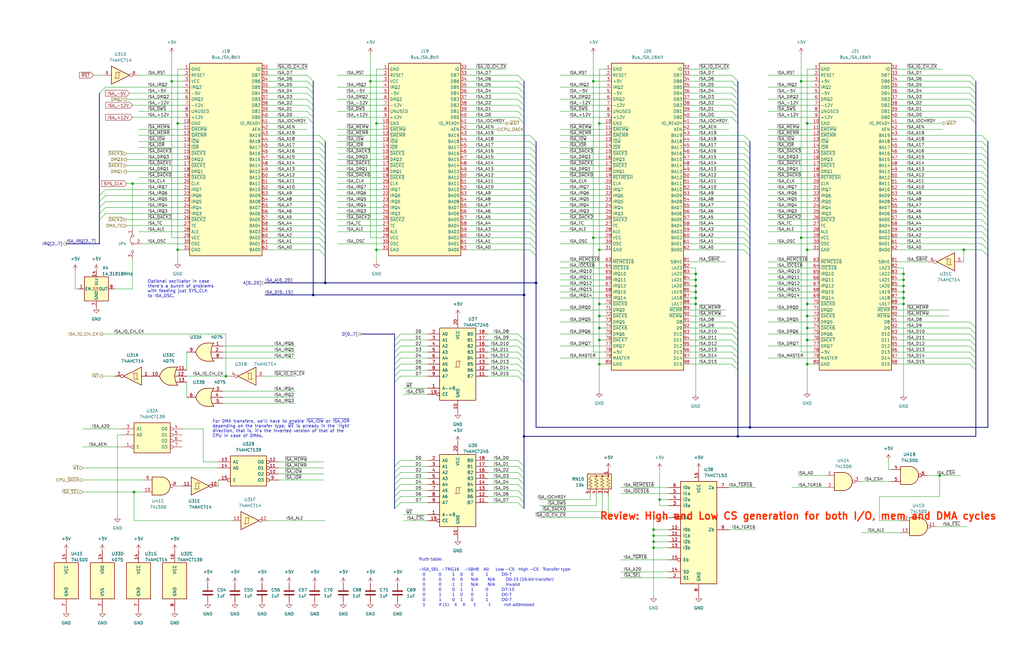
<source format=kicad_sch>
(kicad_sch (version 20231120) (generator "eeschema") (generator_version "8.0")
  (paper "B")
  (title_block (title "Anachron ISA Bus Interface") (date "2024-02-07") (company "Modular Circuits"))
  (junction (at 337.82 100.33))
  (junction (at 340.36 128.27))
  (junction (at 381 125.73))
  (junction (at 316.23 180.34))
  (junction (at 381 115.57))
  (junction (at 381 120.65))
  (junction (at 56.515 207.645))
  (junction (at 74.93 52.07))
  (junction (at 220.98 124.46))
  (junction (at 340.36 105.41))
  (junction (at 340.36 138.43))
  (junction (at 293.37 120.65))
  (junction (at 381 118.11))
  (junction (at 252.73 143.51))
  (junction (at 55.88 77.47))
  (junction (at 156.21 34.29))
  (junction (at 293.37 128.27))
  (junction (at 275.59 228.6))
  (junction (at 132.08 124.46))
  (junction (at 381 128.27))
  (junction (at 250.19 34.29))
  (junction (at 311.15 184.15))
  (junction (at 137.16 119.38))
  (junction (at 252.73 153.67))
  (junction (at 293.37 125.73))
  (junction (at 275.59 226.06))
  (junction (at 275.59 231.14))
  (junction (at 158.75 52.07))
  (junction (at 340.36 153.67))
  (junction (at 340.36 52.07))
  (junction (at 252.73 105.41))
  (junction (at 252.73 138.43))
  (junction (at 293.37 115.57))
  (junction (at 406.4 105.41))
  (junction (at 158.75 105.41))
  (junction (at 293.37 118.11))
  (junction (at 220.98 184.15))
  (junction (at 275.59 223.52))
  (junction (at 252.73 52.07))
  (junction (at 72.39 34.29))
  (junction (at 340.36 133.35))
  (junction (at 293.37 123.19))
  (junction (at 340.36 143.51))
  (junction (at 226.06 119.38))
  (junction (at 252.73 133.35))
  (junction (at 381 123.19))
  (junction (at 278.13 210.82))
  (junction (at 250.19 100.33))
  (junction (at 396.24 200.66))
  (junction (at 95.25 158.75))
  (junction (at 337.82 34.29))
  (junction (at 252.73 128.27))
  (junction (at 74.93 105.41))
  (bus_entry (at 316.23 80.01) (size -2.54 -2.54))
  (bus_entry (at 316.23 62.23) (size -2.54 -2.54))
  (bus_entry (at 416.56 69.85) (size -2.54 -2.54))
  (bus_entry (at 137.16 87.63) (size -2.54 -2.54))
  (bus_entry (at 226.06 107.95) (size -2.54 -2.54))
  (bus_entry (at 220.98 46.99) (size -2.54 -2.54))
  (bus_entry (at 226.06 95.25) (size -2.54 -2.54))
  (bus_entry (at 411.48 138.43) (size -2.54 -2.54))
  (bus_entry (at 220.98 196.85) (size -2.54 -2.54))
  (bus_entry (at 220.98 41.91) (size -2.54 -2.54))
  (bus_entry (at 168.91 151.13) (size -2.54 2.54))
  (bus_entry (at 137.16 64.77) (size -2.54 -2.54))
  (bus_entry (at 168.91 148.59) (size -2.54 2.54))
  (bus_entry (at 137.16 90.17) (size -2.54 -2.54))
  (bus_entry (at 411.48 52.07) (size -2.54 -2.54))
  (bus_entry (at 311.15 52.07) (size -2.54 -2.54))
  (bus_entry (at 132.08 49.53) (size -2.54 -2.54))
  (bus_entry (at 416.56 92.71) (size -2.54 -2.54))
  (bus_entry (at 41.91 90.17) (size 2.54 -2.54))
  (bus_entry (at 411.48 41.91) (size -2.54 -2.54))
  (bus_entry (at 316.23 64.77) (size -2.54 -2.54))
  (bus_entry (at 226.06 74.93) (size -2.54 -2.54))
  (bus_entry (at 416.56 100.33) (size -2.54 -2.54))
  (bus_entry (at 168.91 158.75) (size -2.54 2.54))
  (bus_entry (at 226.06 72.39) (size -2.54 -2.54))
  (bus_entry (at 416.56 82.55) (size -2.54 -2.54))
  (bus_entry (at 311.15 151.13) (size -2.54 -2.54))
  (bus_entry (at 316.23 85.09) (size -2.54 -2.54))
  (bus_entry (at 132.08 41.91) (size -2.54 -2.54))
  (bus_entry (at 137.16 102.87) (size -2.54 -2.54))
  (bus_entry (at 137.16 72.39) (size -2.54 -2.54))
  (bus_entry (at 41.91 39.37) (size 2.54 -2.54))
  (bus_entry (at 220.98 158.75) (size -2.54 -2.54))
  (bus_entry (at 220.98 148.59) (size -2.54 -2.54))
  (bus_entry (at 311.15 138.43) (size -2.54 -2.54))
  (bus_entry (at 311.15 49.53) (size -2.54 -2.54))
  (bus_entry (at 311.15 148.59) (size -2.54 -2.54))
  (bus_entry (at 411.48 151.13) (size -2.54 -2.54))
  (bus_entry (at 311.15 140.97) (size -2.54 -2.54))
  (bus_entry (at 416.56 77.47) (size -2.54 -2.54))
  (bus_entry (at 41.91 82.55) (size 2.54 -2.54))
  (bus_entry (at 316.23 87.63) (size -2.54 -2.54))
  (bus_entry (at 168.91 204.47) (size -2.54 2.54))
  (bus_entry (at 416.56 59.69) (size -2.54 -2.54))
  (bus_entry (at 132.08 34.29) (size -2.54 -2.54))
  (bus_entry (at 316.23 72.39) (size -2.54 -2.54))
  (bus_entry (at 168.91 196.85) (size -2.54 2.54))
  (bus_entry (at 311.15 44.45) (size -2.54 -2.54))
  (bus_entry (at 316.23 95.25) (size -2.54 -2.54))
  (bus_entry (at 316.23 82.55) (size -2.54 -2.54))
  (bus_entry (at 416.56 90.17) (size -2.54 -2.54))
  (bus_entry (at 220.98 151.13) (size -2.54 -2.54))
  (bus_entry (at 137.16 77.47) (size -2.54 -2.54))
  (bus_entry (at 311.15 153.67) (size -2.54 -2.54))
  (bus_entry (at 411.48 36.83) (size -2.54 -2.54))
  (bus_entry (at 168.91 209.55) (size -2.54 2.54))
  (bus_entry (at 416.56 85.09) (size -2.54 -2.54))
  (bus_entry (at 416.56 102.87) (size -2.54 -2.54))
  (bus_entry (at 311.15 36.83) (size -2.54 -2.54))
  (bus_entry (at 416.56 107.95) (size -2.54 -2.54))
  (bus_entry (at 220.98 36.83) (size -2.54 -2.54))
  (bus_entry (at 137.16 82.55) (size -2.54 -2.54))
  (bus_entry (at 316.23 92.71) (size -2.54 -2.54))
  (bus_entry (at 41.91 87.63) (size 2.54 -2.54))
  (bus_entry (at 132.08 44.45) (size -2.54 -2.54))
  (bus_entry (at 311.15 156.21) (size -2.54 -2.54))
  (bus_entry (at 316.23 102.87) (size -2.54 -2.54))
  (bus_entry (at 416.56 72.39) (size -2.54 -2.54))
  (bus_entry (at 411.48 46.99) (size -2.54 -2.54))
  (bus_entry (at 137.16 105.41) (size -2.54 -2.54))
  (bus_entry (at 220.98 143.51) (size -2.54 -2.54))
  (bus_entry (at 416.56 67.31) (size -2.54 -2.54))
  (bus_entry (at 316.23 90.17) (size -2.54 -2.54))
  (bus_entry (at 311.15 146.05) (size -2.54 -2.54))
  (bus_entry (at 137.16 74.93) (size -2.54 -2.54))
  (bus_entry (at 416.56 64.77) (size -2.54 -2.54))
  (bus_entry (at 220.98 146.05) (size -2.54 -2.54))
  (bus_entry (at 220.98 161.29) (size -2.54 -2.54))
  (bus_entry (at 411.48 44.45) (size -2.54 -2.54))
  (bus_entry (at 220.98 204.47) (size -2.54 -2.54))
  (bus_entry (at 220.98 34.29) (size -2.54 -2.54))
  (bus_entry (at 226.06 67.31) (size -2.54 -2.54))
  (bus_entry (at 411.48 146.05) (size -2.54 -2.54))
  (bus_entry (at 137.16 85.09) (size -2.54 -2.54))
  (bus_entry (at 416.56 80.01) (size -2.54 -2.54))
  (bus_entry (at 137.16 59.69) (size -2.54 -2.54))
  (bus_entry (at 316.23 77.47) (size -2.54 -2.54))
  (bus_entry (at 168.91 201.93) (size -2.54 2.54))
  (bus_entry (at 220.98 49.53) (size -2.54 -2.54))
  (bus_entry (at 220.98 39.37) (size -2.54 -2.54))
  (bus_entry (at 316.23 105.41) (size -2.54 -2.54))
  (bus_entry (at 416.56 95.25) (size -2.54 -2.54))
  (bus_entry (at 137.16 69.85) (size -2.54 -2.54))
  (bus_entry (at 132.08 39.37) (size -2.54 -2.54))
  (bus_entry (at 226.06 59.69) (size -2.54 -2.54))
  (bus_entry (at 416.56 87.63) (size -2.54 -2.54))
  (bus_entry (at 226.06 69.85) (size -2.54 -2.54))
  (bus_entry (at 137.16 97.79) (size -2.54 -2.54))
  (bus_entry (at 132.08 36.83) (size -2.54 -2.54))
  (bus_entry (at 168.91 194.31) (size -2.54 2.54))
  (bus_entry (at 226.06 100.33) (size -2.54 -2.54))
  (bus_entry (at 41.91 85.09) (size 2.54 -2.54))
  (bus_entry (at 220.98 44.45) (size -2.54 -2.54))
  (bus_entry (at 220.98 156.21) (size -2.54 -2.54))
  (bus_entry (at 316.23 107.95) (size -2.54 -2.54))
  (bus_entry (at 311.15 39.37) (size -2.54 -2.54))
  (bus_entry (at 411.48 49.53) (size -2.54 -2.54))
  (bus_entry (at 316.23 69.85) (size -2.54 -2.54))
  (bus_entry (at 226.06 62.23) (size -2.54 -2.54))
  (bus_entry (at 226.06 80.01) (size -2.54 -2.54))
  (bus_entry (at 168.91 140.97) (size -2.54 2.54))
  (bus_entry (at 226.06 105.41) (size -2.54 -2.54))
  (bus_entry (at 168.91 212.09) (size -2.54 2.54))
  (bus_entry (at 411.48 34.29) (size -2.54 -2.54))
  (bus_entry (at 132.08 46.99) (size -2.54 -2.54))
  (bus_entry (at 416.56 74.93) (size -2.54 -2.54))
  (bus_entry (at 137.16 92.71) (size -2.54 -2.54))
  (bus_entry (at 137.16 80.01) (size -2.54 -2.54))
  (bus_entry (at 168.91 153.67) (size -2.54 2.54))
  (bus_entry (at 311.15 34.29) (size -2.54 -2.54))
  (bus_entry (at 220.98 214.63) (size -2.54 -2.54))
  (bus_entry (at 226.06 90.17) (size -2.54 -2.54))
  (bus_entry (at 226.06 102.87) (size -2.54 -2.54))
  (bus_entry (at 226.06 77.47) (size -2.54 -2.54))
  (bus_entry (at 226.06 92.71) (size -2.54 -2.54))
  (bus_entry (at 311.15 143.51) (size -2.54 -2.54))
  (bus_entry (at 316.23 74.93) (size -2.54 -2.54))
  (bus_entry (at 416.56 97.79) (size -2.54 -2.54))
  (bus_entry (at 316.23 100.33) (size -2.54 -2.54))
  (bus_entry (at 411.48 148.59) (size -2.54 -2.54))
  (bus_entry (at 220.98 52.07) (size -2.54 -2.54))
  (bus_entry (at 411.48 153.67) (size -2.54 -2.54))
  (bus_entry (at 137.16 67.31) (size -2.54 -2.54))
  (bus_entry (at 411.48 156.21) (size -2.54 -2.54))
  (bus_entry (at 137.16 62.23) (size -2.54 -2.54))
  (bus_entry (at 220.98 199.39) (size -2.54 -2.54))
  (bus_entry (at 168.91 143.51) (size -2.54 2.54))
  (bus_entry (at 168.91 199.39) (size -2.54 2.54))
  (bus_entry (at 411.48 140.97) (size -2.54 -2.54))
  (bus_entry (at 220.98 209.55) (size -2.54 -2.54))
  (bus_entry (at 226.06 85.09) (size -2.54 -2.54))
  (bus_entry (at 316.23 97.79) (size -2.54 -2.54))
  (bus_entry (at 311.15 46.99) (size -2.54 -2.54))
  (bus_entry (at 220.98 153.67) (size -2.54 -2.54))
  (bus_entry (at 411.48 143.51) (size -2.54 -2.54))
  (bus_entry (at 168.91 207.01) (size -2.54 2.54))
  (bus_entry (at 226.06 87.63) (size -2.54 -2.54))
  (bus_entry (at 168.91 146.05) (size -2.54 2.54))
  (bus_entry (at 411.48 39.37) (size -2.54 -2.54))
  (bus_entry (at 137.16 100.33) (size -2.54 -2.54))
  (bus_entry (at 416.56 62.23) (size -2.54 -2.54))
  (bus_entry (at 220.98 207.01) (size -2.54 -2.54))
  (bus_entry (at 226.06 64.77) (size -2.54 -2.54))
  (bus_entry (at 168.91 156.21) (size -2.54 2.54))
  (bus_entry (at 416.56 105.41) (size -2.54 -2.54))
  (bus_entry (at 226.06 82.55) (size -2.54 -2.54))
  (bus_entry (at 226.06 97.79) (size -2.54 -2.54))
  (bus_entry (at 220.98 201.93) (size -2.54 -2.54))
  (bus_entry (at 311.15 41.91) (size -2.54 -2.54))
  (bus_entry (at 220.98 212.09) (size -2.54 -2.54))
  (bus_entry (at 132.08 52.07) (size -2.54 -2.54))
  (bus_entry (at 316.23 67.31) (size -2.54 -2.54))
  (bus_entry (at 41.91 92.71) (size 2.54 -2.54))
  (bus_entry (at 137.16 95.25) (size -2.54 -2.54))
  (bus_entry (at 137.16 107.95) (size -2.54 -2.54))
  (bus_entry (at 316.23 59.69) (size -2.54 -2.54))
  (bus (pts (xy 220.98 124.46) (xy 132.08 124.46)))
  (bus (pts (xy 226.06 82.55) (xy 226.06 85.09)))
  (wire (pts (xy 180.34 163.83) (xy 170.18 163.83)))
  (wire (pts (xy 111.76 158.75) (xy 124.46 158.75)))
  (wire (pts (xy 74.93 105.41) (xy 74.93 110.49)))
  (wire (pts (xy 236.22 80.01) (xy 255.27 80.01)))
  (bus (pts (xy 226.06 67.31) (xy 226.06 69.85)))
  (bus (pts (xy 137.16 62.23) (xy 137.16 64.77)))
  (wire (pts (xy 252.73 52.07) (xy 252.73 105.41)))
  (bus (pts (xy 220.98 39.37) (xy 220.98 41.91)))
  (bus (pts (xy 226.06 119.38) (xy 137.16 119.38)))
  (wire (pts (xy 342.9 100.33) (xy 337.82 100.33)))
  (wire (pts (xy 218.44 153.67) (xy 205.74 153.67)))
  (wire (pts (xy 53.34 95.25) (xy 77.47 95.25)))
  (wire (pts (xy 196.85 80.01) (xy 223.52 80.01)))
  (wire (pts (xy 44.45 80.01) (xy 77.47 80.01)))
  (bus (pts (xy 132.08 44.45) (xy 132.08 46.99)))
  (wire (pts (xy 58.42 54.61) (xy 77.47 54.61)))
  (bus (pts (xy 411.48 148.59) (xy 411.48 151.13)))
  (bus (pts (xy 27.94 102.87) (xy 41.91 102.87)))
  (wire (pts (xy 290.83 146.05) (xy 308.61 146.05)))
  (wire (pts (xy 43.18 140.97) (xy 95.25 140.97)))
  (wire (pts (xy 113.03 77.47) (xy 134.62 77.47)))
  (wire (pts (xy 236.22 77.47) (xy 255.27 77.47)))
  (wire (pts (xy 255.27 148.59) (xy 250.19 148.59)))
  (bus (pts (xy 220.98 146.05) (xy 220.98 148.59)))
  (bus (pts (xy 416.56 97.79) (xy 416.56 100.33)))
  (wire (pts (xy 378.46 67.31) (xy 414.02 67.31)))
  (wire (pts (xy 378.46 146.05) (xy 408.94 146.05)))
  (wire (pts (xy 323.85 54.61) (xy 342.9 54.61)))
  (wire (pts (xy 378.46 143.51) (xy 408.94 143.51)))
  (bus (pts (xy 137.16 87.63) (xy 137.16 90.17)))
  (wire (pts (xy 218.44 201.93) (xy 205.74 201.93)))
  (wire (pts (xy 323.85 151.13) (xy 342.9 151.13)))
  (bus (pts (xy 220.98 153.67) (xy 220.98 156.21)))
  (wire (pts (xy 180.34 151.13) (xy 168.91 151.13)))
  (wire (pts (xy 142.24 97.79) (xy 161.29 97.79)))
  (bus (pts (xy 416.56 85.09) (xy 416.56 87.63)))
  (wire (pts (xy 323.85 118.11) (xy 342.9 118.11)))
  (wire (pts (xy 290.83 62.23) (xy 313.69 62.23)))
  (wire (pts (xy 381 125.73) (xy 381 128.27)))
  (bus (pts (xy 132.08 46.99) (xy 132.08 49.53)))
  (wire (pts (xy 218.44 151.13) (xy 205.74 151.13)))
  (wire (pts (xy 142.24 64.77) (xy 161.29 64.77)))
  (wire (pts (xy 55.88 77.47) (xy 55.88 96.52)))
  (wire (pts (xy 180.34 199.39) (xy 168.91 199.39)))
  (wire (pts (xy 323.85 36.83) (xy 342.9 36.83)))
  (wire (pts (xy 323.85 97.79) (xy 342.9 97.79)))
  (wire (pts (xy 93.98 151.13) (xy 124.46 151.13)))
  (wire (pts (xy 323.85 46.99) (xy 342.9 46.99)))
  (bus (pts (xy 220.98 212.09) (xy 220.98 214.63)))
  (wire (pts (xy 117.475 197.485) (xy 136.525 197.485)))
  (bus (pts (xy 416.56 77.47) (xy 416.56 80.01)))
  (wire (pts (xy 323.85 110.49) (xy 342.9 110.49)))
  (wire (pts (xy 180.34 219.71) (xy 170.18 219.71)))
  (wire (pts (xy 236.22 140.97) (xy 255.27 140.97)))
  (wire (pts (xy 340.36 52.07) (xy 342.9 52.07)))
  (wire (pts (xy 342.9 29.21) (xy 340.36 29.21)))
  (wire (pts (xy 378.46 135.89) (xy 408.94 135.89)))
  (bus (pts (xy 416.56 72.39) (xy 416.56 74.93)))
  (wire (pts (xy 281.94 218.44) (xy 275.59 218.44)))
  (wire (pts (xy 381 120.65) (xy 381 123.19)))
  (wire (pts (xy 34.925 202.565) (xy 60.325 202.565)))
  (bus (pts (xy 220.98 151.13) (xy 220.98 153.67)))
  (bus (pts (xy 137.16 100.33) (xy 137.16 102.87)))
  (wire (pts (xy 252.73 105.41) (xy 252.73 128.27)))
  (wire (pts (xy 290.83 36.83) (xy 308.61 36.83)))
  (wire (pts (xy 205.74 156.21) (xy 218.44 156.21)))
  (bus (pts (xy 137.16 77.47) (xy 137.16 80.01)))
  (wire (pts (xy 53.34 92.71) (xy 77.47 92.71)))
  (bus (pts (xy 220.98 41.91) (xy 220.98 44.45)))
  (wire (pts (xy 196.85 64.77) (xy 223.52 64.77)))
  (wire (pts (xy 218.44 207.01) (xy 205.74 207.01)))
  (wire (pts (xy 74.93 29.21) (xy 74.93 52.07)))
  (wire (pts (xy 252.73 138.43) (xy 255.27 138.43)))
  (wire (pts (xy 113.03 97.79) (xy 134.62 97.79)))
  (bus (pts (xy 111.76 119.38) (xy 137.16 119.38)))
  (bus (pts (xy 411.48 156.21) (xy 411.48 184.15)))
  (wire (pts (xy 236.22 57.15) (xy 255.27 57.15)))
  (wire (pts (xy 113.03 52.07) (xy 129.54 52.07)))
  (wire (pts (xy 196.85 85.09) (xy 223.52 85.09)))
  (wire (pts (xy 74.93 52.07) (xy 77.47 52.07)))
  (bus (pts (xy 226.06 85.09) (xy 226.06 87.63)))
  (wire (pts (xy 93.98 146.05) (xy 124.46 146.05)))
  (wire (pts (xy 113.03 102.87) (xy 134.62 102.87)))
  (bus (pts (xy 166.37 204.47) (xy 166.37 201.93)))
  (wire (pts (xy 196.85 46.99) (xy 218.44 46.99)))
  (wire (pts (xy 34.925 188.595) (xy 51.435 188.595)))
  (bus (pts (xy 311.15 138.43) (xy 311.15 52.07)))
  (wire (pts (xy 196.85 74.93) (xy 223.52 74.93)))
  (wire (pts (xy 337.82 100.33) (xy 337.82 34.29)))
  (wire (pts (xy 290.83 110.49) (xy 306.07 110.49)))
  (wire (pts (xy 378.46 125.73) (xy 381 125.73)))
  (wire (pts (xy 113.03 74.93) (xy 134.62 74.93)))
  (bus (pts (xy 416.56 69.85) (xy 416.56 72.39)))
  (wire (pts (xy 378.46 69.85) (xy 414.02 69.85)))
  (wire (pts (xy 53.34 69.85) (xy 77.47 69.85)))
  (wire (pts (xy 117.475 200.025) (xy 136.525 200.025)))
  (wire (pts (xy 323.85 125.73) (xy 342.9 125.73)))
  (wire (pts (xy 180.34 143.51) (xy 168.91 143.51)))
  (bus (pts (xy 166.37 158.75) (xy 166.37 161.29)))
  (bus (pts (xy 111.76 124.46) (xy 132.08 124.46)))
  (wire (pts (xy 53.34 77.47) (xy 55.88 77.47)))
  (bus (pts (xy 311.15 140.97) (xy 311.15 143.51)))
  (wire (pts (xy 252.73 143.51) (xy 255.27 143.51)))
  (wire (pts (xy 55.88 44.45) (xy 77.47 44.45)))
  (bus (pts (xy 226.06 64.77) (xy 226.06 67.31)))
  (wire (pts (xy 293.37 125.73) (xy 293.37 128.27)))
  (wire (pts (xy 158.75 52.07) (xy 158.75 105.41)))
  (bus (pts (xy 316.23 85.09) (xy 316.23 87.63)))
  (bus (pts (xy 166.37 151.13) (xy 166.37 148.59)))
  (wire (pts (xy 340.36 143.51) (xy 342.9 143.51)))
  (wire (pts (xy 142.24 69.85) (xy 161.29 69.85)))
  (wire (pts (xy 252.73 133.35) (xy 252.73 138.43)))
  (wire (pts (xy 95.25 158.75) (xy 96.52 158.75)))
  (bus (pts (xy 226.06 102.87) (xy 226.06 105.41)))
  (wire (pts (xy 378.46 49.53) (xy 408.94 49.53)))
  (wire (pts (xy 290.83 140.97) (xy 308.61 140.97)))
  (wire (pts (xy 170.18 166.37) (xy 180.34 166.37)))
  (wire (pts (xy 196.85 39.37) (xy 218.44 39.37)))
  (wire (pts (xy 293.37 115.57) (xy 293.37 118.11)))
  (bus (pts (xy 411.48 153.67) (xy 411.48 156.21)))
  (wire (pts (xy 113.03 219.71) (xy 137.16 219.71)))
  (wire (pts (xy 250.19 22.86) (xy 250.19 34.29)))
  (bus (pts (xy 416.56 102.87) (xy 416.56 105.41)))
  (wire (pts (xy 44.45 90.17) (xy 77.47 90.17)))
  (wire (pts (xy 378.46 95.25) (xy 414.02 95.25)))
  (wire (pts (xy 142.24 87.63) (xy 161.29 87.63)))
  (wire (pts (xy 252.73 143.51) (xy 252.73 153.67)))
  (wire (pts (xy 327.66 39.37) (xy 342.9 39.37)))
  (bus (pts (xy 416.56 67.31) (xy 416.56 69.85)))
  (wire (pts (xy 261.62 205.74) (xy 281.94 205.74)))
  (wire (pts (xy 378.46 54.61) (xy 397.51 54.61)))
  (wire (pts (xy 236.22 102.87) (xy 255.27 102.87)))
  (wire (pts (xy 378.46 72.39) (xy 414.02 72.39)))
  (wire (pts (xy 53.34 64.77) (xy 77.47 64.77)))
  (wire (pts (xy 275.59 226.06) (xy 281.94 226.06)))
  (bus (pts (xy 411.48 151.13) (xy 411.48 153.67)))
  (bus (pts (xy 311.15 41.91) (xy 311.15 44.45)))
  (wire (pts (xy 290.83 133.35) (xy 306.07 133.35)))
  (wire (pts (xy 77.47 34.29) (xy 72.39 34.29)))
  (bus (pts (xy 166.37 153.67) (xy 166.37 151.13)))
  (wire (pts (xy 113.03 85.09) (xy 134.62 85.09)))
  (wire (pts (xy 142.24 80.01) (xy 161.29 80.01)))
  (wire (pts (xy 340.36 128.27) (xy 342.9 128.27)))
  (wire (pts (xy 113.03 87.63) (xy 134.62 87.63)))
  (wire (pts (xy 255.27 29.21) (xy 252.73 29.21)))
  (wire (pts (xy 406.4 105.41) (xy 378.46 105.41)))
  (wire (pts (xy 55.88 49.53) (xy 77.47 49.53)))
  (wire (pts (xy 56.515 219.71) (xy 56.515 207.645)))
  (wire (pts (xy 142.24 95.25) (xy 161.29 95.25)))
  (wire (pts (xy 56.515 207.645) (xy 60.325 207.645)))
  (wire (pts (xy 113.03 72.39) (xy 134.62 72.39)))
  (wire (pts (xy 323.85 41.91) (xy 342.9 41.91)))
  (bus (pts (xy 137.16 95.25) (xy 137.16 97.79)))
  (wire (pts (xy 196.85 62.23) (xy 223.52 62.23)))
  (wire (pts (xy 236.22 125.73) (xy 255.27 125.73)))
  (wire (pts (xy 236.22 135.89) (xy 255.27 135.89)))
  (wire (pts (xy 55.88 109.22) (xy 55.88 121.92)))
  (wire (pts (xy 323.85 67.31) (xy 342.9 67.31)))
  (wire (pts (xy 290.83 125.73) (xy 293.37 125.73)))
  (bus (pts (xy 132.08 36.83) (xy 132.08 39.37)))
  (wire (pts (xy 236.22 95.25) (xy 255.27 95.25)))
  (wire (pts (xy 261.62 241.3) (xy 281.94 241.3)))
  (wire (pts (xy 381 123.19) (xy 381 125.73)))
  (wire (pts (xy 59.69 102.87) (xy 77.47 102.87)))
  (bus (pts (xy 220.98 204.47) (xy 220.98 207.01)))
  (wire (pts (xy 275.59 223.52) (xy 275.59 226.06)))
  (wire (pts (xy 340.36 138.43) (xy 342.9 138.43)))
  (wire (pts (xy 44.45 82.55) (xy 77.47 82.55)))
  (wire (pts (xy 323.85 102.87) (xy 342.9 102.87)))
  (wire (pts (xy 142.24 62.23) (xy 161.29 62.23)))
  (wire (pts (xy 218.44 204.47) (xy 205.74 204.47)))
  (wire (pts (xy 113.03 80.01) (xy 134.62 80.01)))
  (wire (pts (xy 290.83 148.59) (xy 308.61 148.59)))
  (wire (pts (xy 54.61 39.37) (xy 77.47 39.37)))
  (wire (pts (xy 113.03 92.71) (xy 134.62 92.71)))
  (bus (pts (xy 132.08 41.91) (xy 132.08 44.45)))
  (wire (pts (xy 142.24 72.39) (xy 161.29 72.39)))
  (bus (pts (xy 132.08 49.53) (xy 132.08 52.07)))
  (bus (pts (xy 137.16 102.87) (xy 137.16 105.41)))
  (wire (pts (xy 374.65 194.31) (xy 374.65 198.12)))
  (wire (pts (xy 78.74 167.64) (xy 78.74 161.29)))
  (wire (pts (xy 44.45 87.63) (xy 77.47 87.63)))
  (wire (pts (xy 256.54 208.28) (xy 256.54 218.44)))
  (wire (pts (xy 378.46 31.75) (xy 408.94 31.75)))
  (wire (pts (xy 261.62 243.84) (xy 281.94 243.84)))
  (wire (pts (xy 196.85 82.55) (xy 223.52 82.55)))
  (bus (pts (xy 137.16 69.85) (xy 137.16 72.39)))
  (bus (pts (xy 226.06 62.23) (xy 226.06 64.77)))
  (wire (pts (xy 236.22 120.65) (xy 255.27 120.65)))
  (bus (pts (xy 220.98 34.29) (xy 220.98 36.83)))
  (bus (pts (xy 226.06 95.25) (xy 226.06 97.79)))
  (wire (pts (xy 156.21 100.33) (xy 156.21 34.29)))
  (wire (pts (xy 378.46 130.81) (xy 400.05 130.81)))
  (wire (pts (xy 313.69 105.41) (xy 290.83 105.41)))
  (wire (pts (xy 48.26 121.92) (xy 55.88 121.92)))
  (wire (pts (xy 261.62 236.22) (xy 281.94 236.22)))
  (bus (pts (xy 41.91 82.55) (xy 41.91 85.09)))
  (wire (pts (xy 196.85 54.61) (xy 209.55 54.61)))
  (wire (pts (xy 113.03 90.17) (xy 134.62 90.17)))
  (wire (pts (xy 134.62 105.41) (xy 113.03 105.41)))
  (wire (pts (xy 323.85 135.89) (xy 342.9 135.89)))
  (wire (pts (xy 72.39 22.86) (xy 72.39 34.29)))
  (wire (pts (xy 180.34 156.21) (xy 168.91 156.21)))
  (wire (pts (xy 290.83 44.45) (xy 308.61 44.45)))
  (wire (pts (xy 396.24 200.66) (xy 396.24 209.55)))
  (wire (pts (xy 196.85 95.25) (xy 223.52 95.25)))
  (bus (pts (xy 166.37 214.63) (xy 166.37 212.09)))
  (bus (pts (xy 220.98 156.21) (xy 220.98 158.75)))
  (wire (pts (xy 290.83 123.19) (xy 293.37 123.19)))
  (bus (pts (xy 220.98 184.15) (xy 220.98 196.85)))
  (bus (pts (xy 316.23 72.39) (xy 316.23 74.93)))
  (wire (pts (xy 323.85 74.93) (xy 342.9 74.93)))
  (wire (pts (xy 34.925 197.485) (xy 92.075 197.485)))
  (bus (pts (xy 411.48 140.97) (xy 411.48 143.51)))
  (wire (pts (xy 236.22 62.23) (xy 255.27 62.23)))
  (bus (pts (xy 311.15 153.67) (xy 311.15 156.21)))
  (wire (pts (xy 290.83 31.75) (xy 308.61 31.75)))
  (bus (pts (xy 316.23 92.71) (xy 316.23 95.25)))
  (wire (pts (xy 290.83 115.57) (xy 293.37 115.57)))
  (wire (pts (xy 161.29 34.29) (xy 156.21 34.29)))
  (bus (pts (xy 41.91 92.71) (xy 41.91 102.87)))
  (wire (pts (xy 180.34 194.31) (xy 168.91 194.31)))
  (bus (pts (xy 311.15 148.59) (xy 311.15 151.13)))
  (wire (pts (xy 327.66 49.53) (xy 342.9 49.53)))
  (wire (pts (xy 290.83 151.13) (xy 308.61 151.13)))
  (wire (pts (xy 161.29 29.21) (xy 158.75 29.21)))
  (wire (pts (xy 113.03 44.45) (xy 129.54 44.45)))
  (bus (pts (xy 220.98 148.59) (xy 220.98 151.13)))
  (wire (pts (xy 336.55 200.66) (xy 347.98 200.66)))
  (bus (pts (xy 226.06 74.93) (xy 226.06 77.47)))
  (wire (pts (xy 180.34 209.55) (xy 168.91 209.55)))
  (wire (pts (xy 218.44 209.55) (xy 205.74 209.55)))
  (wire (pts (xy 196.85 57.15) (xy 223.52 57.15)))
  (wire (pts (xy 34.925 180.975) (xy 51.435 180.975)))
  (bus (pts (xy 166.37 199.39) (xy 166.37 196.85)))
  (wire (pts (xy 113.03 64.77) (xy 134.62 64.77)))
  (wire (pts (xy 236.22 31.75) (xy 255.27 31.75)))
  (wire (pts (xy 381 118.11) (xy 381 120.65)))
  (bus (pts (xy 226.06 80.01) (xy 226.06 82.55)))
  (wire (pts (xy 218.44 158.75) (xy 205.74 158.75)))
  (wire (pts (xy 236.22 36.83) (xy 255.27 36.83)))
  (bus (pts (xy 316.23 102.87) (xy 316.23 105.41)))
  (wire (pts (xy 117.475 194.945) (xy 136.525 194.945)))
  (wire (pts (xy 290.83 95.25) (xy 313.69 95.25)))
  (bus (pts (xy 316.23 97.79) (xy 316.23 100.33)))
  (wire (pts (xy 323.85 85.09) (xy 342.9 85.09)))
  (wire (pts (xy 78.74 148.59) (xy 78.74 156.21)))
  (wire (pts (xy 290.83 113.03) (xy 293.37 113.03)))
  (wire (pts (xy 378.46 29.21) (xy 397.51 29.21)))
  (bus (pts (xy 316.23 80.01) (xy 316.23 82.55)))
  (bus (pts (xy 311.15 138.43) (xy 311.15 140.97)))
  (bus (pts (xy 220.98 36.83) (xy 220.98 39.37)))
  (wire (pts (xy 196.85 97.79) (xy 223.52 97.79)))
  (wire (pts (xy 180.34 146.05) (xy 168.91 146.05)))
  (wire (pts (xy 43.18 31.75) (xy 39.37 31.75)))
  (bus (pts (xy 137.16 107.95) (xy 137.16 105.41)))
  (wire (pts (xy 77.47 100.33) (xy 72.39 100.33)))
  (bus (pts (xy 316.23 90.17) (xy 316.23 92.71)))
  (wire (pts (xy 113.03 57.15) (xy 134.62 57.15)))
  (bus (pts (xy 316.23 69.85) (xy 316.23 72.39)))
  (wire (pts (xy 236.22 151.13) (xy 255.27 151.13)))
  (bus (pts (xy 416.56 95.25) (xy 416.56 97.79)))
  (wire (pts (xy 323.85 146.05) (xy 342.9 146.05)))
  (wire (pts (xy 340.36 105.41) (xy 340.36 128.27)))
  (wire (pts (xy 378.46 123.19) (xy 381 123.19)))
  (bus (pts (xy 311.15 156.21) (xy 311.15 184.15)))
  (bus (pts (xy 316.23 82.55) (xy 316.23 85.09)))
  (wire (pts (xy 275.59 226.06) (xy 275.59 228.6)))
  (wire (pts (xy 158.75 52.07) (xy 161.29 52.07)))
  (bus (pts (xy 311.15 46.99) (xy 311.15 49.53)))
  (wire (pts (xy 290.83 120.65) (xy 293.37 120.65)))
  (wire (pts (xy 370.84 219.71) (xy 379.73 219.71)))
  (bus (pts (xy 220.98 49.53) (xy 220.98 52.07)))
  (bus (pts (xy 226.06 87.63) (xy 226.06 90.17)))
  (wire (pts (xy 58.42 62.23) (xy 77.47 62.23)))
  (wire (pts (xy 323.85 31.75) (xy 342.9 31.75)))
  (wire (pts (xy 252.73 128.27) (xy 252.73 133.35)))
  (wire (pts (xy 180.34 153.67) (xy 168.91 153.67)))
  (wire (pts (xy 290.83 54.61) (xy 307.34 54.61)))
  (bus (pts (xy 220.98 209.55) (xy 220.98 212.09)))
  (bus (pts (xy 311.15 36.83) (xy 311.15 39.37)))
  (wire (pts (xy 93.98 167.64) (xy 124.46 167.64)))
  (bus (pts (xy 132.08 34.29) (xy 132.08 36.83)))
  (wire (pts (xy 378.46 92.71) (xy 414.02 92.71)))
  (bus (pts (xy 416.56 107.95) (xy 416.56 180.34)))
  (bus (pts (xy 137.16 107.95) (xy 137.16 119.38)))
  (wire (pts (xy 378.46 62.23) (xy 414.02 62.23)))
  (bus (pts (xy 411.48 143.51) (xy 411.48 146.05)))
  (wire (pts (xy 290.83 57.15) (xy 313.69 57.15)))
  (wire (pts (xy 293.37 128.27) (xy 293.37 166.37)))
  (wire (pts (xy 323.85 95.25) (xy 342.9 95.25)))
  (bus (pts (xy 311.15 146.05) (xy 311.15 148.59)))
  (bus (pts (xy 226.06 77.47) (xy 226.06 80.01)))
  (wire (pts (xy 378.46 97.79) (xy 414.02 97.79)))
  (bus (pts (xy 220.98 158.75) (xy 220.98 161.29)))
  (wire (pts (xy 290.83 77.47) (xy 313.69 77.47)))
  (wire (pts (xy 378.46 77.47) (xy 414.02 77.47)))
  (wire (pts (xy 323.85 87.63) (xy 342.9 87.63)))
  (wire (pts (xy 252.73 153.67) (xy 255.27 153.67)))
  (wire (pts (xy 251.46 213.36) (xy 227.33 213.36)))
  (bus (pts (xy 166.37 146.05) (xy 166.37 143.51)))
  (wire (pts (xy 142.24 31.75) (xy 161.29 31.75)))
  (wire (pts (xy 93.98 148.59) (xy 124.46 148.59)))
  (wire (pts (xy 293.37 113.03) (xy 293.37 115.57)))
  (bus (pts (xy 316.23 107.95) (xy 316.23 105.41)))
  (bus (pts (xy 166.37 143.51) (xy 166.37 140.97)))
  (wire (pts (xy 307.34 223.52) (xy 318.77 223.52)))
  (wire (pts (xy 340.36 153.67) (xy 342.9 153.67)))
  (wire (pts (xy 74.93 52.07) (xy 74.93 105.41)))
  (bus (pts (xy 166.37 148.59) (xy 166.37 146.05)))
  (wire (pts (xy 58.42 74.93) (xy 77.47 74.93)))
  (wire (pts (xy 142.24 92.71) (xy 161.29 92.71)))
  (wire (pts (xy 394.97 222.25) (xy 407.67 222.25)))
  (wire (pts (xy 378.46 120.65) (xy 381 120.65)))
  (wire (pts (xy 323.85 113.03) (xy 342.9 113.03)))
  (wire (pts (xy 142.24 77.47) (xy 161.29 77.47)))
  (wire (pts (xy 74.93 105.41) (xy 77.47 105.41)))
  (bus (pts (xy 226.06 180.34) (xy 316.23 180.34)))
  (wire (pts (xy 93.98 170.18) (xy 124.46 170.18)))
  (bus (pts (xy 220.98 199.39) (xy 220.98 201.93)))
  (wire (pts (xy 180.34 140.97) (xy 168.91 140.97)))
  (wire (pts (xy 275.59 228.6) (xy 275.59 231.14)))
  (wire (pts (xy 307.34 205.74) (xy 318.77 205.74)))
  (wire (pts (xy 290.83 118.11) (xy 293.37 118.11)))
  (wire (pts (xy 378.46 41.91) (xy 408.94 41.91)))
  (wire (pts (xy 180.34 201.93) (xy 168.91 201.93)))
  (wire (pts (xy 323.85 72.39) (xy 342.9 72.39)))
  (bus (pts (xy 316.23 180.34) (xy 316.23 107.95)))
  (wire (pts (xy 323.85 59.69) (xy 342.9 59.69)))
  (wire (pts (xy 113.03 54.61) (xy 129.54 54.61)))
  (bus (pts (xy 416.56 107.95) (xy 416.56 105.41)))
  (wire (pts (xy 113.03 29.21) (xy 129.54 29.21)))
  (wire (pts (xy 290.83 72.39) (xy 313.69 72.39)))
  (bus (pts (xy 411.48 46.99) (xy 411.48 49.53)))
  (wire (pts (xy 196.85 41.91) (xy 218.44 41.91)))
  (wire (pts (xy 323.85 130.81) (xy 342.9 130.81)))
  (wire (pts (xy 218.44 196.85) (xy 205.74 196.85)))
  (wire (pts (xy 180.34 204.47) (xy 168.91 204.47)))
  (bus (pts (xy 226.06 100.33) (xy 226.06 102.87)))
  (wire (pts (xy 236.22 146.05) (xy 255.27 146.05)))
  (bus (pts (xy 220.98 196.85) (xy 220.98 199.39)))
  (wire (pts (xy 378.46 110.49) (xy 391.16 110.49)))
  (wire (pts (xy 323.85 140.97) (xy 342.9 140.97)))
  (wire (pts (xy 290.83 85.09) (xy 313.69 85.09)))
  (wire (pts (xy 236.22 118.11) (xy 255.27 118.11)))
  (wire (pts (xy 49.53 183.515) (xy 49.53 217.805)))
  (wire (pts (xy 113.03 95.25) (xy 134.62 95.25)))
  (wire (pts (xy 196.85 34.29) (xy 218.44 34.29)))
  (wire (pts (xy 248.92 210.82) (xy 227.33 210.82)))
  (bus (pts (xy 316.23 87.63) (xy 316.23 90.17)))
  (wire (pts (xy 142.24 67.31) (xy 161.29 67.31)))
  (bus (pts (xy 166.37 140.97) (xy 152.4 140.97)))
  (wire (pts (xy 97.79 219.71) (xy 56.515 219.71)))
  (wire (pts (xy 158.75 105.41) (xy 158.75 110.49)))
  (bus (pts (xy 226.06 59.69) (xy 226.06 62.23)))
  (bus (pts (xy 311.15 39.37) (xy 311.15 41.91)))
  (wire (pts (xy 261.62 208.28) (xy 281.94 208.28)))
  (bus (pts (xy 220.98 44.45) (xy 220.98 46.99)))
  (wire (pts (xy 31.75 114.3) (xy 31.75 121.92)))
  (wire (pts (xy 378.46 87.63) (xy 414.02 87.63)))
  (bus (pts (xy 416.56 64.77) (xy 416.56 67.31)))
  (bus (pts (xy 137.16 82.55) (xy 137.16 85.09)))
  (bus (pts (xy 220.98 124.46) (xy 220.98 143.51)))
  (wire (pts (xy 290.83 74.93) (xy 313.69 74.93)))
  (wire (pts (xy 252.73 128.27) (xy 255.27 128.27)))
  (wire (pts (xy 323.85 92.71) (xy 342.9 92.71)))
  (wire (pts (xy 378.46 36.83) (xy 408.94 36.83)))
  (wire (pts (xy 85.725 180.975) (xy 85.725 194.945)))
  (wire (pts (xy 236.22 64.77) (xy 255.27 64.77)))
  (wire (pts (xy 76.835 180.975) (xy 85.725 180.975)))
  (bus (pts (xy 311.15 143.51) (xy 311.15 146.05)))
  (bus (pts (xy 220.98 184.15) (xy 311.15 184.15)))
  (bus (pts (xy 311.15 49.53) (xy 311.15 52.07)))
  (wire (pts (xy 290.83 52.07) (xy 307.34 52.07)))
  (bus (pts (xy 220.98 201.93) (xy 220.98 204.47)))
  (wire (pts (xy 337.82 22.86) (xy 337.82 34.29)))
  (wire (pts (xy 290.83 92.71) (xy 313.69 92.71)))
  (wire (pts (xy 340.36 105.41) (xy 342.9 105.41)))
  (wire (pts (xy 196.85 44.45) (xy 218.44 44.45)))
  (bus (pts (xy 226.06 69.85) (xy 226.06 72.39)))
  (wire (pts (xy 113.03 39.37) (xy 129.54 39.37)))
  (wire (pts (xy 58.42 46.99) (xy 77.47 46.99)))
  (wire (pts (xy 251.46 208.28) (xy 251.46 213.36)))
  (wire (pts (xy 378.46 74.93) (xy 414.02 74.93)))
  (bus (pts (xy 137.16 72.39) (xy 137.16 74.93)))
  (wire (pts (xy 218.44 143.51) (xy 205.74 143.51)))
  (wire (pts (xy 236.22 123.19) (xy 255.27 123.19)))
  (wire (pts (xy 180.34 158.75) (xy 168.91 158.75)))
  (wire (pts (xy 95.25 140.97) (xy 95.25 158.75)))
  (wire (pts (xy 255.27 100.33) (xy 250.19 100.33)))
  (wire (pts (xy 255.27 34.29) (xy 250.19 34.29)))
  (bus (pts (xy 316.23 64.77) (xy 316.23 67.31)))
  (wire (pts (xy 381 113.03) (xy 381 115.57)))
  (wire (pts (xy 180.34 217.17) (xy 170.18 217.17)))
  (wire (pts (xy 323.85 80.01) (xy 342.9 80.01)))
  (wire (pts (xy 293.37 118.11) (xy 293.37 120.65)))
  (bus (pts (xy 411.48 36.83) (xy 411.48 39.37)))
  (wire (pts (xy 236.22 85.09) (xy 255.27 85.09)))
  (wire (pts (xy 378.46 80.01) (xy 414.02 80.01)))
  (wire (pts (xy 180.34 148.59) (xy 168.91 148.59)))
  (bus (pts (xy 226.06 107.95) (xy 226.06 119.38)))
  (bus (pts (xy 137.16 85.09) (xy 137.16 87.63)))
  (wire (pts (xy 142.24 90.17) (xy 161.29 90.17)))
  (wire (pts (xy 113.03 31.75) (xy 129.54 31.75)))
  (wire (pts (xy 363.22 203.2) (xy 375.92 203.2)))
  (bus (pts (xy 220.98 52.07) (xy 220.98 124.46)))
  (wire (pts (xy 378.46 90.17) (xy 414.02 90.17)))
  (wire (pts (xy 53.34 67.31) (xy 77.47 67.31)))
  (wire (pts (xy 290.83 143.51) (xy 308.61 143.51)))
  (wire (pts (xy 290.83 59.69) (xy 313.69 59.69)))
  (bus (pts (xy 416.56 90.17) (xy 416.56 92.71)))
  (bus (pts (xy 137.16 90.17) (xy 137.16 92.71)))
  (wire (pts (xy 414.02 105.41) (xy 406.4 105.41)))
  (bus (pts (xy 166.37 201.93) (xy 166.37 199.39)))
  (wire (pts (xy 236.22 87.63) (xy 255.27 87.63)))
  (bus (pts (xy 316.23 67.31) (xy 316.23 69.85)))
  (bus (pts (xy 411.48 184.15) (xy 311.15 184.15)))
  (wire (pts (xy 161.29 100.33) (xy 156.21 100.33)))
  (wire (pts (xy 113.03 62.23) (xy 134.62 62.23)))
  (wire (pts (xy 218.44 148.59) (xy 205.74 148.59)))
  (wire (pts (xy 340.36 133.35) (xy 340.36 138.43)))
  (wire (pts (xy 218.44 140.97) (xy 205.74 140.97)))
  (wire (pts (xy 323.85 77.47) (xy 342.9 77.47)))
  (wire (pts (xy 142.24 54.61) (xy 161.29 54.61)))
  (wire (pts (xy 290.83 82.55) (xy 313.69 82.55)))
  (wire (pts (xy 196.85 59.69) (xy 223.52 59.69)))
  (bus (pts (xy 220.98 207.01) (xy 220.98 209.55)))
  (wire (pts (xy 378.46 57.15) (xy 414.02 57.15)))
  (wire (pts (xy 252.73 153.67) (xy 252.73 165.1)))
  (wire (pts (xy 254 215.9) (xy 227.33 215.9)))
  (bus (pts (xy 416.56 87.63) (xy 416.56 90.17)))
  (wire (pts (xy 72.39 100.33) (xy 72.39 34.29)))
  (wire (pts (xy 275.59 223.52) (xy 281.94 223.52)))
  (wire (pts (xy 342.9 34.29) (xy 337.82 34.29)))
  (wire (pts (xy 290.83 128.27) (xy 293.37 128.27)))
  (wire (pts (xy 142.24 41.91) (xy 161.29 41.91)))
  (wire (pts (xy 196.85 49.53) (xy 218.44 49.53)))
  (wire (pts (xy 290.83 80.01) (xy 313.69 80.01)))
  (wire (pts (xy 278.13 198.12) (xy 278.13 210.82)))
  (bus (pts (xy 416.56 100.33) (xy 416.56 102.87)))
  (wire (pts (xy 218.44 194.31) (xy 205.74 194.31)))
  (wire (pts (xy 391.16 200.66) (xy 396.24 200.66)))
  (wire (pts (xy 378.46 133.35) (xy 400.05 133.35)))
  (wire (pts (xy 340.36 153.67) (xy 340.36 165.1)))
  (bus (pts (xy 220.98 143.51) (xy 220.98 146.05)))
  (wire (pts (xy 378.46 118.11) (xy 381 118.11)))
  (wire (pts (xy 378.46 46.99) (xy 408.94 46.99)))
  (wire (pts (xy 240.03 44.45) (xy 255.27 44.45)))
  (bus (pts (xy 166.37 161.29) (xy 166.37 196.85)))
  (wire (pts (xy 290.83 69.85) (xy 313.69 69.85)))
  (wire (pts (xy 196.85 90.17) (xy 223.52 90.17)))
  (bus (pts (xy 41.91 39.37) (xy 41.91 82.55)))
  (wire (pts (xy 196.85 31.75) (xy 218.44 31.75)))
  (bus (pts (xy 416.56 80.01) (xy 416.56 82.55)))
  (bus (pts (xy 137.16 64.77) (xy 137.16 67.31)))
  (wire (pts (xy 275.59 218.44) (xy 275.59 223.52)))
  (bus (pts (xy 316.23 95.25) (xy 316.23 97.79)))
  (bus (pts (xy 41.91 87.63) (xy 41.91 90.17)))
  (wire (pts (xy 378.46 153.67) (xy 408.94 153.67)))
  (wire (pts (xy 196.85 29.21) (xy 213.36 29.21)))
  (wire (pts (xy 290.83 130.81) (xy 306.07 130.81)))
  (wire (pts (xy 363.22 224.79) (xy 379.73 224.79)))
  (wire (pts (xy 142.24 46.99) (xy 161.29 46.99)))
  (wire (pts (xy 252.73 105.41) (xy 255.27 105.41)))
  (bus (pts (xy 226.06 119.38) (xy 226.06 180.34)))
  (bus (pts (xy 416.56 62.23) (xy 416.56 64.77)))
  (wire (pts (xy 236.22 90.17) (xy 255.27 90.17)))
  (bus (pts (xy 220.98 46.99) (xy 220.98 49.53)))
  (wire (pts (xy 236.22 59.69) (xy 255.27 59.69)))
  (wire (pts (xy 340.36 52.07) (xy 340.36 105.41)))
  (bus (pts (xy 316.23 59.69) (xy 316.23 62.23)))
  (wire (pts (xy 236.22 110.49) (xy 255.27 110.49)))
  (bus (pts (xy 411.48 146.05) (xy 411.48 148.59)))
  (wire (pts (xy 236.22 54.61) (xy 255.27 54.61)))
  (wire (pts (xy 290.83 39.37) (xy 308.61 39.37)))
  (bus (pts (xy 411.48 41.91) (xy 411.48 44.45)))
  (wire (pts (xy 236.22 130.81) (xy 255.27 130.81)))
  (wire (pts (xy 378.46 113.03) (xy 381 113.03)))
  (wire (pts (xy 33.02 121.92) (xy 31.75 121.92)))
  (bus (pts (xy 411.48 44.45) (xy 411.48 46.99)))
  (wire (pts (xy 378.46 128.27) (xy 381 128.27)))
  (wire (pts (xy 323.85 82.55) (xy 342.9 82.55)))
  (wire (pts (xy 290.83 29.21) (xy 307.34 29.21)))
  (wire (pts (xy 337.82 100.33) (xy 337.82 148.59)))
  (wire (pts (xy 370.84 209.55) (xy 370.84 219.71)))
  (wire (pts (xy 290.83 87.63) (xy 313.69 87.63)))
  (wire (pts (xy 180.34 212.09) (xy 168.91 212.09)))
  (wire (pts (xy 293.37 123.19) (xy 293.37 125.73)))
  (bus (pts (xy 316.23 77.47) (xy 316.23 80.01)))
  (wire (pts (xy 381 128.27) (xy 381 166.37)))
  (wire (pts (xy 142.24 102.87) (xy 161.29 102.87)))
  (wire (pts (xy 236.22 92.71) (xy 255.27 92.71)))
  (wire (pts (xy 252.73 52.07) (xy 255.27 52.07)))
  (bus (pts (xy 226.06 92.71) (xy 226.06 95.25)))
  (wire (pts (xy 290.83 46.99) (xy 308.61 46.99)))
  (wire (pts (xy 308.61 138.43) (xy 290.83 138.43)))
  (wire (pts (xy 196.85 67.31) (xy 223.52 67.31)))
  (wire (pts (xy 240.03 39.37) (xy 255.27 39.37)))
  (bus (pts (xy 132.08 39.37) (xy 132.08 41.91)))
  (wire (pts (xy 342.9 148.59) (xy 337.82 148.59)))
  (wire (pts (xy 275.59 231.14) (xy 281.94 231.14)))
  (bus (pts (xy 226.06 107.95) (xy 226.06 105.41)))
  (wire (pts (xy 323.85 120.65) (xy 342.9 120.65)))
  (wire (pts (xy 290.83 49.53) (xy 308.61 49.53)))
  (wire (pts (xy 254 208.28) (xy 254 215.9)))
  (wire (pts (xy 158.75 29.21) (xy 158.75 52.07)))
  (wire (pts (xy 278.13 210.82) (xy 278.13 213.36)))
  (wire (pts (xy 236.22 82.55) (xy 255.27 82.55)))
  (wire (pts (xy 142.24 59.69) (xy 161.29 59.69)))
  (bus (pts (xy 416.56 180.34) (xy 316.23 180.34)))
  (wire (pts (xy 196.85 72.39) (xy 223.52 72.39)))
  (wire (pts (xy 146.05 49.53) (xy 161.29 49.53)))
  (wire (pts (xy 196.85 92.71) (xy 223.52 92.71)))
  (wire (pts (xy 85.725 194.945) (xy 92.075 194.945)))
  (wire (pts (xy 196.85 100.33) (xy 223.52 100.33)))
  (wire (pts (xy 142.24 82.55) (xy 161.29 82.55)))
  (wire (pts (xy 378.46 82.55) (xy 414.02 82.55)))
  (wire (pts (xy 252.73 133.35) (xy 255.27 133.35)))
  (wire (pts (xy 290.83 90.17) (xy 313.69 90.17)))
  (wire (pts (xy 248.92 208.28) (xy 248.92 210.82)))
  (bus (pts (xy 137.16 59.69) (xy 137.16 62.23)))
  (wire (pts (xy 323.85 123.19) (xy 342.9 123.19)))
  (wire (pts (xy 113.03 36.83) (xy 129.54 36.83)))
  (bus (pts (xy 137.16 67.31) (xy 137.16 69.85)))
  (bus (pts (xy 166.37 209.55) (xy 166.37 207.01)))
  (wire (pts (xy 218.44 212.09) (xy 205.74 212.09)))
  (bus (pts (xy 226.06 97.79) (xy 226.06 100.33)))
  (wire (pts (xy 196.85 36.83) (xy 218.44 36.83)))
  (wire (pts (xy 250.19 100.33) (xy 250.19 148.59)))
  (wire (pts (xy 250.19 100.33) (xy 250.19 34.29)))
  (bus (pts (xy 411.48 52.07) (xy 411.48 138.43)))
  (wire (pts (xy 49.53 183.515) (xy 51.435 183.515)))
  (wire (pts (xy 290.83 41.91) (xy 308.61 41.91)))
  (bus (pts (xy 41.91 90.17) (xy 41.91 92.71)))
  (wire (pts (xy 58.42 97.79) (xy 77.47 97.79)))
  (wire (pts (xy 58.42 31.75) (xy 77.47 31.75)))
  (wire (pts (xy 158.75 105.41) (xy 161.29 105.41)))
  (wire (pts (xy 196.85 69.85) (xy 223.52 69.85)))
  (wire (pts (xy 142.24 85.09) (xy 161.29 85.09)))
  (wire (pts (xy 378.46 52.07) (xy 397.51 52.07)))
  (wire (pts (xy 223.52 105.41) (xy 196.85 105.41)))
  (wire (pts (xy 378.46 138.43) (xy 408.94 138.43)))
  (wire (pts (xy 236.22 67.31) (xy 255.27 67.31)))
  (wire (pts (xy 142.24 57.15) (xy 161.29 57.15)))
  (wire (pts (xy 156.21 22.86) (xy 156.21 34.29)))
  (bus (pts (xy 166.37 212.09) (xy 166.37 209.55)))
  (wire (pts (xy 78.74 158.75) (xy 95.25 158.75)))
  (wire (pts (xy 378.46 85.09) (xy 414.02 85.09)))
  (wire (pts (xy 113.03 69.85) (xy 134.62 69.85)))
  (wire (pts (xy 44.45 36.83) (xy 77.47 36.83)))
  (wire (pts (xy 378.46 115.57) (xy 381 115.57)))
  (bus (pts (xy 226.06 90.17) (xy 226.06 92.71)))
  (wire (pts (xy 378.46 100.33) (xy 414.02 100.33)))
  (wire (pts (xy 408.94 151.13) (xy 378.46 151.13)))
  (wire (pts (xy 113.03 59.69) (xy 134.62 59.69)))
  (wire (pts (xy 113.03 34.29) (xy 129.54 34.29)))
  (wire (pts (xy 290.83 97.79) (xy 313.69 97.79)))
  (wire (pts (xy 142.24 36.83) (xy 161.29 36.83)))
  (wire (pts (xy 58.42 59.69) (xy 77.47 59.69)))
  (wire (pts (xy 53.34 72.39) (xy 77.47 72.39)))
  (bus (pts (xy 226.06 72.39) (xy 226.06 74.93)))
  (bus (pts (xy 411.48 39.37) (xy 411.48 41.91)))
  (wire (pts (xy 378.46 102.87) (xy 414.02 102.87)))
  (wire (pts (xy 396.24 209.55) (xy 370.84 209.55)))
  (bus (pts (xy 137.16 80.01) (xy 137.16 82.55)))
  (wire (pts (xy 236.22 115.57) (xy 255.27 115.57)))
  (bus (pts (xy 416.56 59.69) (xy 416.56 62.23)))
  (wire (pts (xy 252.73 138.43) (xy 252.73 143.51)))
  (wire (pts (xy 43.18 158.75) (xy 48.26 158.75)))
  (wire (pts (xy 113.03 41.91) (xy 129.54 41.91)))
  (wire (pts (xy 236.22 97.79) (xy 255.27 97.79)))
  (bus (pts (xy 220.98 161.29) (xy 220.98 184.15)))
  (wire (pts (xy 75.565 205.105) (xy 76.835 205.105)))
  (wire (pts (xy 378.46 34.29) (xy 408.94 34.29)))
  (bus (pts (xy 137.16 74.93) (xy 137.16 77.47)))
  (wire (pts (xy 113.03 100.33) (xy 134.62 100.33)))
  (bus (pts (xy 311.15 44.45) (xy 311.15 46.99)))
  (bus (pts (xy 166.37 207.01) (xy 166.37 204.47)))
  (wire (pts (xy 290.83 67.31) (xy 313.69 67.31)))
  (wire (pts (xy 180.34 196.85) (xy 168.91 196.85)))
  (wire (pts (xy 340.36 29.21) (xy 340.36 52.07)))
  (wire (pts (xy 146.05 39.37) (xy 161.29 39.37)))
  (wire (pts (xy 378.46 140.97) (xy 408.94 140.97)))
  (wire (pts (xy 381 115.57) (xy 381 118.11)))
  (wire (pts (xy 290.83 34.29) (xy 308.61 34.29)))
  (wire (pts (xy 323.85 64.77) (xy 342.9 64.77)))
  (wire (pts (xy 290.83 64.77) (xy 313.69 64.77)))
  (wire (pts (xy 378.46 64.77) (xy 414.02 64.77)))
  (wire (pts (xy 323.85 115.57) (xy 342.9 115.57)))
  (bus (pts (xy 166.37 156.21) (xy 166.37 153.67)))
  (wire (pts (xy 378.46 148.59) (xy 408.94 148.59)))
  (bus (pts (xy 311.15 151.13) (xy 311.15 153.67)))
  (wire (pts (xy 218.44 146.05) (xy 205.74 146.05)))
  (bus (pts (xy 316.23 100.33) (xy 316.23 102.87)))
  (wire (pts (xy 113.03 82.55) (xy 134.62 82.55)))
  (wire (pts (xy 55.88 77.47) (xy 77.47 77.47)))
  (wire (pts (xy 196.85 102.87) (xy 223.52 102.87)))
  (wire (pts (xy 113.03 49.53) (xy 129.54 49.53)))
  (bus (pts (xy 416.56 82.55) (xy 416.56 85.09)))
  (bus (pts (xy 316.23 62.23) (xy 316.23 64.77)))
  (wire (pts (xy 252.73 29.21) (xy 252.73 52.07)))
  (wire (pts (xy 378.46 39.37) (xy 408.94 39.37)))
  (wire (pts (xy 327.66 44.45) (xy 342.9 44.45)))
  (wire (pts (xy 77.47 29.21) (xy 74.93 29.21)))
  (wire (pts (xy 396.24 200.66) (xy 405.13 200.66)))
  (wire (pts (xy 236.22 74.93) (xy 255.27 74.93)))
  (wire (pts (xy 236.22 113.03) (xy 255.27 113.03)))
  (wire (pts (xy 113.03 46.99) (xy 129.54 46.99)))
  (wire (pts (xy 323.85 62.23) (xy 342.9 62.23)))
  (wire (pts (xy 334.01 205.74) (xy 347.98 205.74)))
  (wire (pts (xy 278.13 210.82) (xy 281.94 210.82)))
  (bus (pts (xy 416.56 74.93) (xy 416.56 77.47)))
  (wire (pts (xy 180.34 207.01) (xy 168.91 207.01)))
  (wire (pts (xy 340.36 138.43) (xy 340.36 143.51)))
  (bus (pts (xy 41.91 85.09) (xy 41.91 87.63)))
  (wire (pts (xy 142.24 74.93) (xy 161.29 74.93)))
  (bus (pts (xy 137.16 92.71) (xy 137.16 95.25)))
  (wire (pts (xy 53.34 41.91) (xy 77.47 41.91)))
  (wire (pts (xy 406.4 105.41) (xy 406.4 110.49)))
  (wire (pts (xy 93.98 165.1) (xy 124.46 165.1)))
  (wire (pts (xy 196.85 77.47) (xy 223.52 77.47)))
  (bus (pts (xy 166.37 158.75) (xy 166.37 156.21)))
  (wire (pts (xy 218.44 199.39) (xy 205.74 199.39)))
  (bus (pts (xy 411.48 49.53) (xy 411.48 52.07)))
  (wire (pts (xy 293.37 120.65) (xy 293.37 123.19)))
  (bus (pts (xy 416.56 92.71) (xy 416.56 95.25)))
  (wire (pts (xy 375.92 198.12) (xy 374.65 198.12)))
  (bus (pts (xy 137.16 97.79) (xy 137.16 100.33)))
  (wire (pts (xy 340.36 143.51) (xy 340.36 153.67)))
  (wire (pts (xy 117.475 202.565) (xy 136.525 202.565)))
  (wire (pts (xy 240.03 49.53) (xy 255.27 49.53)))
  (wire (pts (xy 340.36 128.27) (xy 340.36 133.35)))
  (wire (pts (xy 44.45 85.09) (xy 77.47 85.09)))
  (wire (pts (xy 323.85 69.85) (xy 342.9 69.85)))
  (wire (pts (xy 236.22 69.85) (xy 255.27 69.85)))
  (wire (pts (xy 308.61 135.89) (xy 290.83 135.89)))
  (wire (pts (xy 323.85 57.15) (xy 342.9 57.15)))
  (wire (pts (xy 340.36 133.35) (xy 342.9 133.35)))
  (wire (pts (xy 58.42 57.15) (xy 77.47 57.15)))
  (bus (pts (xy 411.48 138.43) (xy 411.48 140.97)))
  (wire (pts (xy 323.85 90.17) (xy 342.9 90.17)))
  (wire (pts (xy 290.83 153.67) (xy 308.61 153.67)))
  (wire (pts (xy 34.925 207.645) (xy 56.515 207.645)))
  (bus (pts (xy 411.48 34.29) (xy 411.48 36.83)))
  (wire (pts (xy 290.83 102.87) (xy 313.69 102.87)))
  (wire (pts (xy 378.46 59.69) (xy 414.02 59.69)))
  (wire (pts (xy 256.54 218.44) (xy 227.33 218.44)))
  (wire (pts (xy 113.03 67.31) (xy 134.62 67.31)))
  (wire (pts (xy 92.075 202.565) (xy 92.075 205.105)))
  (wire (pts (xy 236.22 41.91) (xy 255.27 41.91)))
  (wire (pts (xy 278.13 213.36) (xy 281.94 213.36)))
  (wire (pts (xy 196.85 52.07) (xy 213.36 52.07)))
  (bus (pts (xy 316.23 74.93) (xy 316.23 77.47)))
  (wire (pts (xy 275.59 228.6) (xy 281.94 228.6)))
  (bus (pts (xy 311.15 34.29) (xy 311.15 36.83)))
  (wire (pts (xy 275.59 231.14) (xy 275.59 251.46)))
  (wire (pts (xy 196.85 87.63) (xy 223.52 87.63)))
  (wire (pts (xy 378.46 44.45) (xy 408.94 44.45)))
  (wire (pts (xy 146.05 44.45) (xy 161.29 44.45)))
  (bus (pts (xy 132.08 52.07) (xy 132.08 124.46)))
  (wire (pts (xy 236.22 72.39) (xy 255.27 72.39)))
  (wire (pts (xy 290.83 100.33) (xy 313.69 100.33)))
  (wire (pts (xy 236.22 46.99) (xy 255.27 46.99)))
  (text "For DMA transfers, we'll have to enable ~{ISA_IOW} or ~{ISA_IOR}\ndepending on the transfer type. ~{WE} is already in the 'right'\ndirection, that is, it's the inverted version of that of the\nCPU in case of DMAs." (at 89.535 184.785 0) (effects (font (size 1.27 1.27)) (justify left bottom)))
  (text "Optional oscillator in case\nthere's a bunch of problems\nwith feeding just SYS_CLK\nto ISA_OSC." (at 62.23 125.73 0) (effects (font (size 1.27 1.27)) (justify left bottom)))
  (text "Truth table:\n \n~ISA_SEL  ~TRG16    ~SBHE   A0     Low ~CS   High ~CS   Transfer type\n   0          0        1    0      0         1          D0-7\n   0          0        0    0      N/A       N/A        D0-15 (16-bit transfer)\n   0          0        1    1      N/A       N/A        Invalid\n   0          0        0    1      1         0          D7-15\n   0          1        1    0      0         1          D0-7\n   0          1        0    1      0         1          D0-7\n   1          X (1)    X    X      1         1          not addressed\n" (at 176.53 256.54 0) (effects (font (size 1.27 1.27)) (justify left bottom)))
  (text "Review: High and Low CS generation for both I/O, mem and DMA cycles" (at 336.55 217.932 0) (effects (font (size 3 3) (thickness 0.6) (bold yes))))
  (label "~{ISA_MEMR}" (at 240.03 57.15 0))
  (label "ISA_IRQ10" (at 240.03 115.57 0))
  (label "ISA_A[0..20]" (at 111.76 119.38 0))
  (label "~{ISA_DACK1}" (at 146.05 69.85 0))
  (label "ISA_~{SBHE}" (at 294.64 110.49 0))
  (label "ISA_A3" (at 382.27 97.79 0))
  (label "ISA_D11" (at 294.64 143.51 0))
  (label "ISA_D1" (at 116.84 46.99 0))
  (label "ISA_IRQ2" (at 240.03 36.83 0))
  (label "ISA_TGR16" (at 308.61 223.52 0))
  (label "ISA_D15" (at 294.64 153.67 0))
  (label "~{ISA_DACK0}" (at 146.05 74.93 0))
  (label "ISA_D11" (at 214.63 148.59 180))
  (label "ISA_D9" (at 294.64 138.43 0))
  (label "ISA_OSC" (at 327.66 102.87 0))
  (label "ISA_D9" (at 214.63 143.51 180))
  (label "D0" (at 177.8 140.97 180))
  (label "ISA_OSC" (at 146.05 102.87 0))
  (label "ISA_DRQ2" (at 327.66 41.91 0))
  (label "~{ISA_DACK1}" (at 240.03 69.85 0))
  (label "ISA_D6" (at 294.64 34.29 0))
  (label "~{ISA_IO_CH_CK}" (at 116.84 29.21 0))
  (label "ISA_D9" (at 382.27 138.43 0))
  (label "ISA_A19" (at 200.66 57.15 0))
  (label "ISA_IRQ6" (at 146.05 82.55 0))
  (label "ISA_DRQ0" (at 327.66 130.81 0))
  (label "ISA_IRQ6" (at 240.03 82.55 0))
  (label "~{ISA_IOR}" (at 120.015 202.565 0))
  (label "ISA_-12V" (at 327.66 44.45 0))
  (label "ISA_IRQ5" (at 240.03 85.09 0))
  (label "ISA_DRQ6" (at 327.66 140.97 0))
  (label "ISA_A15" (at 382.27 67.31 0))
  (label "ISA_AEN" (at 200.66 54.61 0))
  (label "~{ISA_IOR}" (at 62.23 62.23 0))
  (label "ISA_~{IOCS16}" (at 262.89 208.28 0))
  (label "ISA_A11" (at 200.66 77.47 0))
  (label "ISA_IRQ15" (at 240.03 123.19 0))
  (label "ISA_DRQ1" (at 327.66 72.39 0))
  (label "ISA_IRQ5" (at 62.23 85.09 0))
  (label "ISA_A2" (at 294.64 100.33 0))
  (label "ISA_IRQ14" (at 239.9752 125.73 0))
  (label "ISA_IRQ3" (at 327.66 90.17 0))
  (label "ISA_A14" (at 116.84 69.85 0))
  (label "ISA_A2" (at 200.66 100.33 0))
  (label "~{ISA_MEMR}" (at 146.05 57.15 0))
  (label "~{ISA_0WS}" (at 240.03 46.99 0))
  (label "ISA_IRQ5" (at 115.57 148.59 0))
  (label "ISA_RST" (at 240.03 31.75 0))
  (label "ISA_A19" (at 382.27 57.15 0))
  (label "ISA_A17" (at 200.66 62.23 0))
  (label "ISA_A8" (at 200.66 85.09 0))
  (label "ISA_D15" (at 214.63 158.75 180))
  (label "ISA_IRQ7" (at 327.66 80.01 0))
  (label "~{ISA_MEMR}" (at 382.27 130.81 0))
  (label "ISA_A15" (at 200.66 67.31 0))
  (label "ISA_A3" (at 116.84 97.79 0))
  (label "~{ISA_IOW}" (at 120.015 200.025 0))
  (label "ISA_D0" (at 294.64 49.53 0))
  (label "ISA_IRQ3" (at 115.57 170.18 0))
  (label "ISA_A1" (at 382.27 102.87 0))
  (label "ISA_-12V" (at 146.05 44.45 0))
  (label "ISA_D13" (at 214.63 153.67 180))
  (label "ISA_IRQ2" (at 327.66 36.83 0))
  (label "ISA_D14" (at 294.64 151.13 0))
  (label "ISA_+12V" (at 240.03 49.53 0))
  (label "ISA_D10" (at 294.64 140.97 0))
  (label "ISA_A13" (at 294.64 72.39 0))
  (label "ISA_A5" (at 294.64 92.71 0))
  (label "ISA_DRQ0" (at 240.03 130.81 0))
  (label "~{ISA_0WS}" (at 146.05 46.99 0))
  (label "ISA_A5" (at 116.84 92.71 0))
  (label "~{ISA_DACK1}" (at 327.66 69.85 0))
  (label "ISA_D3" (at 382.27 41.91 0))
  (label "~{ISA_IOR}" (at 327.66 62.23 0))
  (label "ISA_A1" (at 200.66 102.87 0))
  (label "ISA_+12V" (at 146.05 49.53 0))
  (label "ISA_~{TGR16}" (at 262.89 236.22 0))
  (label "ISA_A4" (at 116.84 95.25 0))
  (label "ISA_D14" (at 214.63 156.21 180))
  (label "ISA_IRQ12" (at 240.03 120.65 0))
  (label "ISA_A0" (at 200.66 105.41 0))
  (label "ISA_D1" (at 382.27 46.99 0))
  (label "ISA_D5" (at 200.66 36.83 0))
  (label "~{ISA_SEL}" (at 262.89 243.84 0))
  (label "ISA_D10" (at 382.27 140.97 0))
  (label "ISA_AEN" (at 37.465 188.595 0))
  (label "ISA_MASTER" (at 240.03 151.13 0))
  (label "ISA_A0" (at 382.27 105.41 0))
  (label "ISA_D6" (at 214.63 209.55 180))
  (label "D6" (at 177.8 209.55 180))
  (label "ISA_D6" (at 200.66 34.29 0))
  (label "ISA_IRQ14" (at 327.6052 125.73 0))
  (label "ISA_ALE" (at 62.23 97.79 0))
  (label "ISA_A17" (at 116.84 62.23 0))
  (label "ISA_CLK" (at 62.23 77.47 0))
  (label "ISA_AEN" (at 116.84 54.61 0))
  (label "ISA_IRQ5" (at 327.66 85.09 0))
  (label "~{ISA_MEMR}" (at 294.64 130.81 0))
  (label "ISA_D0" (at 116.84 49.53 0))
  (label "~{ISA_MEMW}" (at 240.03 54.61 0))
  (label "ISA_A1" (at 116.84 102.87 0))
  (label "ISA_DRQ2" (at 146.05 41.91 0))
  (label "ISA_A12" (at 382.27 74.93 0))
  (label "ISA_A20" (at 262.89 241.3 0))
  (label "ISA_~{MEMCS16}" (at 327.66 110.49 0))
  (label "ISA_A6" (at 294.64 90.17 0))
  (label "ISA_IO_CH_CK" (at 60.96 140.97 180))
  (label "ISA_DRQ1" (at 240.03 72.39 0))
  (label "ISA_TC" (at 240.03 95.25 0))
  (label "ISA_D7" (at 214.63 212.09 180))
  (label "ISA_A15" (at 116.84 67.31 0))
  (label "ISA_IRQ11" (at 327.66 118.11 0))
  (label "~{ISA_IOR}" (at 146.05 62.23 0))
  (label "~{ISA_DACK3}" (at 327.66 64.77 0))
  (label "ISA_A9" (at 200.66 82.55 0))
  (label "ISA_~{IOCS16}" (at 327.66 113.03 0))
  (label "ISA_IRQ7" (at 115.57 151.13 0))
  (label "~{ISA_0WS}" (at 327.66 46.99 0))
  (label "ISA_TC" (at 327.66 95.25 0))
  (label "ISA_D[0..15]" (at 111.76 124.46 0))
  (label "ISA_IRQ4" (at 115.57 165.1 0))
  (label "ISA_A20" (at 38.735 180.975 0))
  (label "~{ISA_DACK3}" (at 240.03 64.77 0))
  (label "ISA_~{MEMCS16}" (at 262.89 205.74 0))
  (label "ISA_IRQ6" (at 115.57 146.05 0))
  (label "ISA_D3" (at 294.64 41.91 0))
  (label "ISA_D1" (at 200.66 46.99 0))
  (label "ISA_A8" (at 116.84 85.09 0))
  (label "ISA_D5" (at 116.84 36.83 0))
  (label "ISA_D1" (at 294.64 46.99 0))
  (label "~{ISA_DACK2}" (at 146.05 92.71 0))
  (label "ISA_D8" (at 214.63 140.97 180))
  (label "ISA_A4" (at 382.27 95.25 0))
  (label "ISA_CLK" (at 327.66 77.47 0))
  (label "ISA_D2" (at 294.64 44.45 0))
  (label "ISA_IOCHRDY" (at 238.76 210.82 180))
  (label "D5" (at 177.8 153.67 180))
  (label "D4" (at 177.8 204.47 180))
  (label "ISA_D8" (at 294.64 135.89 0))
  (label "ISA_D4" (at 382.27 39.37 0))
  (label "ISA_ALE" (at 120.65 219.71 0))
  (label "ISA_IRQ4" (at 146.05 87.63 0))
  (label "ISA_+12V" (at 62.23 49.53 0))
  (label "ISA_DRQ7" (at 327.66 146.05 0))
  (label "ISA_~{CSL}" (at 179.07 219.71 180))
  (label "ISA_ALE" (at 327.66 97.79 0))
  (label "ISA_A11" (at 294.64 77.47 0))
  (label "ISA_A16" (at 294.64 64.77 0))
  (label "ISA_DRQ3" (at 146.05 67.31 0))
  (label "~{ISA_DACK2}" (at 240.03 92.71 0))
  (label "ISA_~{IOCS16}" (at 240.03 113.03 0))
  (label "ISA_A13" (at 200.66 72.39 0))
  (label "ISA_D14" (at 382.27 151.13 0))
  (label "ISA_D7" (at 294.64 31.75 0))
  (label "ISA_D0" (at 214.63 194.31 180))
  (label "~{ISA_IO_CH_CK}" (at 238.76 218.44 180))
  (label "ISA_D4" (at 214.63 204.47 180))
  (label "~{ISA_MEMW}" (at 382.27 133.35 0))
  (label "ISA_IOCHRDY" (at 294.64 52.07 0))
  (label "ISA_IRQ2" (at 115.57 167.64 0))
  (label "ISA_A10" (at 294.64 80.01 0))
  (label "ISA_IO_CH_CK" (at 81.28 158.75 0))
  (label "D2" (at 177.8 199.39 180))
  (label "~{ISA_0WS}" (at 238.76 213.36 180))
  (label "ISA_DRQ3" (at 240.03 67.31 0))
  (label "ISA_A18" (at 116.84 59.69 0))
  (label "ISA_A8" (at 294.64 85.09 0))
  (label "~{ISA_DACK0}" (at 238.76 215.9 180))
  (label "ISA_D13" (at 382.27 148.59 0))
  (label "ISA_D5" (at 214.63 207.01 180))
  (label "D0" (at 177.8 194.31 180))
  (label "ISA_D2" (at 382.27 44.45 0))
  (label "~{WE}" (at 173.99 163.83 180))
  (label "ISA_D15" (at 382.27 153.67 0))
  (label "~{ISA_0WS}" (at 62.23 46.99 0))
  (label "ISA_A17" (at 294.64 62.23 0))
  (label "ISA_D2" (at 214.63 199.39 180))
  (label "ISA_IRQ3" (at 146.05 90.17 0))
  (label "ISA_A9" (at 116.84 82.55 0))
  (label "ISA_~{CSH}" (at 179.07 166.37 180))
  (label "ISA_A10" (at 116.84 80.01 0))
  (label "ISA_D3" (at 116.84 41.91 0))
  (label "ISA_A12" (at 294.64 74.93 0))
  (label "ISA_D12" (at 294.64 146.05 0))
  (label "~{ISA_IOW}" (at 62.23 59.69 0))
  (label "D2" (at 177.8 146.05 180))
  (label "~{ISA_DACK3}" (at 146.05 64.77 0))
  (label "ISA_A9" (at 382.27 82.55 0))
  (label "ISA_IOCHRDY" (at 116.84 52.07 0))
  (label "ISA_CSH" (at 364.49 203.2 0))
  (label "ISA_D12" (at 214.63 151.13 180))
  (label "ISA_DRQ2" (at 62.23 41.91 0))
  (label "~{ISA_MEMW}" (at 120.015 194.945 0))
  (label "ISA_A1" (at 294.64 102.87 0))
  (label "D1" (at 177.8 143.51 180))
  (label "ISA_DRQ3" (at 327.66 67.31 0))
  (label "~{ISA_DACK3}" (at 62.23 64.77 0))
  (label "ISA_A7" (at 382.27 87.63 0))
  (label "D7" (at 177.8 212.09 180))
  (label "ISA_IRQ7" (at 146.05 80.01 0))
  (label "ISA_DRQ2" (at 240.03 41.91 0))
  (label "ISA_IRQ10" (at 327.66 115.57 0))
  (label "ISA_~{TGR16}" (at 307.34 205.74 0))
  (label "~{ISA_IOR}" (at 240.03 62.23 0))
  (label "ISA_A5" (at 200.66 92.71 0))
  (label "ISA_A16" (at 382.27 64.77 0))
  (label "ISA_A19" (at 116.84 57.15 0))
  (label "D5" (at 177.8 207.01 180))
  (label "ISA_DRQ1" (at 62.23 72.39 0))
  (label "ISA_IRQ3" (at 240.03 90.17 0))
  (label "ISA_IRQ6" (at 327.66 82.55 0))
  (label "ISA_DRQ5" (at 327.66 135.89 0))
  (label "ISA_IRQ7" (at 62.23 80.01 0))
  (label "ISA_RST" (at 62.23 31.75 0))
  (label "ISA_A3" (at 294.64 97.79 0))
  (label "D3" (at 177.8 148.59 180))
  (label "~{ISA_IO_CH_CK}" (at 382.27 29.21 0))
  (label "ISA_IRQ2" (at 146.05 36.83 0))
  (label "ISA_A18" (at 200.66 59.69 0))
  (label "~{ISA_MEMR}" (at 62.23 57.15 0))
  (label "~{ISA_MEMW}" (at 62.23 54.61 0))
  (label "ISA_CLK" (at 146.05 77.47 0))
  (label "ISA_-5V" (at 146.05 39.37 0))
  (label "~{ISA_IO_CH_CK}" (at 115.57 158.75 0))
  (label "ISA_A12" (at 116.84 74.93 0))
  (label "ISA_MASTER" (at 327.66 151.13 0))
  (label "ISA_A6" (at 382.27 90.17 0))
  (label "~{WE}" (at 173.99 217.17 180))
  (label "~{ISA_DACK1}" (at 62.23 69.85 0))
  (label "ISA_D3" (at 214.63 201.93 180))
  (label "ISA_A14" (at 382.27 69.85 0))
  (label "ISA_IRQ4" (at 62.23 87.63 0))
  (label "ISA_A0" (at 116.84 105.41 0))
  (label "ISA_DRQ5" (at 240.03 135.89 0))
  (label "ISA_D3" (at 200.66 41.91 0))
  (label "ISA_TC" (at 62.23 95.25 0))
  (label "ISA_D5" (at 294.64 36.83 0))
  (label "ISA_A4" (at 200.66 95.25 0))
  (label "~{ISA_MEMR}" (at 327.66 57.15 0))
  (label "ISA_A7" (at 200.66 87.63 0))
  (label "ISA_D4" (at 200.66 39.37 0))
  (label "ISA_TC" (at 146.05 95.25 0))
  (label "ISA_OSC" (at 62.23 102.87 0))
  (label "ISA_DRQ1" (at 146.05 72.39 0))
  (label "D3" (at 177.8 201.93 180))
  (label "ISA_D2" (at 116.84 44.45 0))
  (label "~{ISA_MEMW}" (at 327.66 54.61 0))
  (label "ISA_A14" (at 200.66 69.85 0))
  (label "ISA_A6" (at 200.66 90.17 0))
  (label "~{ISA_MEMR}" (at 120.015 197.485 0))
  (label "~{ISA_DACK2}" (at 327.66 92.71 0))
  (label "~{ISA_IOW}" (at 146.05 59.69 0))
  (label "ISA_A10" (at 200.66 80.01 0))
  (label "ISA_A8" (at 382.27 85.09 0))
  (label "D6" (at 177.8 156.21 180))
  (label "~{ISA_IOW}" (at 327.66 59.69 0))
  (label "ISA_AEN" (at 294.64 54.61 0))
  (label "ISA_CLK" (at 240.03 77.47 0))
  (label "ISA_+12V" (at 327.66 49.53 0))
  (label "~{ISA_DACK0}" (at 327.66 74.93 0))
  (label "ISA_IRQ6" (at 62.23 82.55 0))
  (label "ISA_IRQ3" (at 62.23 90.17 0))
  (label "~{ISA_IOW}" (at 240.03 59.69 0))
  (label "ISA_D5" (at 382.27 36.83 0))
  (label "ISA_D11" (at 382.27 143.51 0))
  (label "ISA_A2" (at 382.27 100.33 0))
  (label "ISA_OSC" (at 240.03 102.87 0))
  (label "ISA_A16" (at 200.66 64.77 0))
  (label "ISA_DRQ7" (at 240.03 146.05 0))
  (label "D1" (at 177.8 196.85 180))
  (label "ISA_RST" (at 146.05 31.75 0))
  (label "ISA_D13" (at 294.64 148.59 0))
  (label "ISA_A3" (at 200.66 97.79 0))
  (label "ISA_DRQ6" (at 240.03 140.97 0))
  (label "ISA_D7" (at 200.66 31.75 0))
  (label "ISA_IRQ4" (at 327.66 87.63 0))
  (label "ISA_A13" (at 382.27 72.39 0))
  (label "D4" (at 177.8 151.13 180))
  (label "~{ISA_IO_CH_CK}" (at 294.64 29.21 0))
  (label "ISA_A4" (at 294.64 95.25 0))
  (label "ISA_D7" (at 116.84 31.75 0))
  (label "ISA_ALE" (at 240.03 97.79 0))
  (label "ISA_TGR16" (at 336.55 205.74 0))
  (label "ISA_D7" (at 382.27 31.75 0))
  (label "ISA_IRQ7" (at 240.03 80.01 0))
  (label "ISA_~{CSL}" (at 397.51 222.25 0))
  (label "ISA_IRQ2" (at 62.23 36.83 0))
  (label "ISA_-5V" (at 62.23 39.37 0))
  (label "ISA_D0" (at 382.27 49.53 0))
  (label "ISA_A11" (at 382.27 77.47 0))
  (label "~{ISA_IO_CH_CK}" (at 200.66 29.21 0))
  (label "ISA_AEN" (at 382.27 54.61 0))
  (label "ISA_A11" (at 116.84 77.47 0))
  (label "ISA_~{MEMCS16}" (at 240.03 110.49 0))
  (label "ISA_D12" (at 382.27 146.05 0))
  (label "~{ISA_DACK0}" (at 240.03 74.93 0))
  (label "ISA_A18" (at 382.27 59.69 0))
  (label "ISA_A5" (at 382.27 92.71 0))
  (label "ISA_D6" (at 382.27 34.29 0))
  (label "ISA_IRQ4" (at 240.03 87.63 0))
  (label "ISA_D8" (at 382.27 135.89 0))
  (label "ISA_A17" (at 382.27 62.23 0))
  (label "~{ISA_MEMW}" (at 146.05 54.61 0))
  (label "ISA_A9" (at 294.64 82.55 0))
  (label "ISA_-5V" (at 240.03 39.37 0))
  (label "ISA_DRQ3" (at 62.23 67.31 0))
  (label "ISA_A16" (at 116.84 64.77 0))
  (label "ISA_D4" (at 116.84 39.37 0))
  (label "ISA_A15" (at 294.64 67.31 0))
  (label "ISA_IOCHRDY" (at 200.66 52.07 0))
  (label "ISA_D6" (at 116.84 34.29 0))
  (label "ISA_A7" (at 294.64 87.63 0))
  (label "ISA_A14" (at 294.64 69.85 0))
  (label "ISA_ALE" (at 365.76 224.79 0))
  (label "D7" (at 177.8 158.75 180))
  (label "ISA_A18" (at 294.64 59.69 0))
  (label "~{ISA_DACK0}" (at 62.23 74.93 0))
  (label "ISA_A6" (at 116.84 90.17 0))
  (label "ISA_IRQ[2..7]" (at 27.94 102.87 0))
  (label "ISA_IRQ11" (at 240.03 118.11 0))
  (label "ISA_A19" (at 294.64 57.15 0))
  (label "ISA_A12" (at 200.66 74.93 0))
  (label "ISA_ALE" (at 146.05 97.79 0))
  (label "ISA_A10" (at 382.27 80.01 0))
  (label "~{ISA_DACK2}" (at 62.23 92.71 0))
  (label "ISA_-12V" (at 62.23 44.45 0))
  (label "ISA_IRQ12" (at 327.66 120.65 0))
  (label "ISA_D0" (at 200.66 49.53 0))
  (label "ISA_~{CSH}" (at 394.97 200.66 0))
  (label "ISA_-12V" (at 240.03 44.45 0))
  (label "ISA_IRQ15" (at 327.66 123.19 0))
  (label "~{ISA_MEMW}" (at 294.64 133.35 0))
  (label "ISA_IOCHRDY" (at 382.27 52.07 0))
  (label "ISA_D1" (at 214.63 196.85 180))
  (label "ISA_D4" (at 294.64 39.37 0))
  (label "ISA_IRQ5" (at 146.05 85.09 0))
  (label "ISA_D10" (at 214.63 146.05 180))
  (label "ISA_A7" (at 116.84 87.63 0))
  (label "ISA_RST" (at 327.66 31.75 0))
  (label "ISA_A2" (at 116.84 100.33 0))
  (label "ISA_-5V" (at 327.66 39.37 0))
  (label "ISA_A0" (at 294.64 105.41 0))
  (label "ISA_D2" (at 200.66 44.45 0))
  (label "ISA_A13" (at 116.84 72.39 0))
  (label "ISA_~{SBHE}" (at 382.27 110.49 0))
  (label "ISA_A0" (at 336.55 200.66 0))
  (global_label "SYS_CLK" (shape input) (at 53.34 77.47 180) (property "Intersheetrefs" "${INTERSHEET_REFS}" (effects (hide yes))))
  (global_label "~{RST}" (shape input) (at 39.37 31.75 180) (property "Intersheetrefs" "${INTERSHEET_REFS}" (effects (hide yes))))
  (global_label "ISA_+12V" (shape input) (at 55.88 49.53 180) (property "Intersheetrefs" "${INTERSHEET_REFS}" (effects (hide yes))))
  (global_label "ISA_-5V" (shape input) (at 54.61 39.37 180) (property "Intersheetrefs" "${INTERSHEET_REFS}" (effects (hide yes))))
  (global_label "ISA_-12V" (shape input) (at 55.88 44.45 180) (property "Intersheetrefs" "${INTERSHEET_REFS}" (effects (hide yes))))
  (hierarchical_label "CPU_~{DACK}" (shape input) (at 34.925 202.565 180))
  (hierarchical_label "A[0..20]" (shape input) (at 111.76 119.38 180))
  (hierarchical_label "DRQ3" (shape output) (at 53.34 67.31 180))
  (hierarchical_label "D[0..7]" (shape bidirectional) (at 152.4 140.97 180))
  (hierarchical_label "~{INT}" (shape output) (at 43.18 158.75 180))
  (hierarchical_label "~{DACK1}" (shape input) (at 53.34 69.85 180))
  (hierarchical_label "~{DACK3}" (shape input) (at 53.34 64.77 180))
  (hierarchical_label "DMA_TC" (shape input) (at 53.34 95.25 180))
  (hierarchical_label "~{DACK2}" (shape input) (at 53.34 92.71 180))
  (hierarchical_label "~{WE}" (shape input) (at 34.925 197.485 180))
  (hierarchical_label "DRQ1" (shape output) (at 53.34 72.39 180))
  (hierarchical_label "~{WAIT}" (shape output) (at 397.51 52.07 0))
  (hierarchical_label "CPU_DACK" (shape input) (at 209.55 54.61 0))
  (hierarchical_label "IRQ[2..7]" (shape output) (at 27.94 102.87 180))
  (hierarchical_label "DRQ2" (shape output) (at 53.34 41.91 180))
  (hierarchical_label "~{ISA_SEL}" (shape input) (at 34.925 207.645 180))
  (hierarchical_label "~{WAIT}" (shape output) (at 213.36 52.07 0))
  (hierarchical_label "ISA_IO_CH_CK" (shape output) (at 43.18 140.97 180))
  (symbol (lib_id "power:+5V") (at 87.63 246.38 0) (unit 1)
    (property "Reference" "#PWR0228" (effects (hide yes)))
    (property "Value" "+5V" (at 87.63 241.3 0))
  )
  (symbol (lib_id "Connector:Bus_ISA_16bit") (at 360.68 92.71 0) (unit 1)
    (property "Reference" "J21" (at 360.68 21.59 0))
    (property "Value" "Bus_ISA_16bit" (at 360.68 24.13 0))
    (property "Footprint" "anachron:BUS_AT_CONN" (effects (hide yes)))
    (property "Datasheet" "https://en.wikipedia.org/wiki/Industry_Standard_Architecture" (effects (hide yes)))
  )
  (symbol (lib_id "Device:C") (at 132.715 250.19 0) (unit 1)
    (property "Reference" "C70" (at 136.525 248.92 0) (effects (justify left)))
    (property "Value" "1uF" (at 136.525 251.46 0) (effects (justify left)))
    (property "Footprint" "Capacitor_THT:C_Disc_D4.7mm_W2.5mm_P5.00mm" (effects (hide yes)))
    (property "mpf#" "FG28X5R1H105KRT06" (effects (hide yes)))
  )
  (symbol (lib_id "Device:C") (at 99.06 250.19 0) (unit 1)
    (property "Reference" "C55" (at 102.87 248.92 0) (effects (justify left)))
    (property "Value" "1uF" (at 102.87 251.46 0) (effects (justify left)))
    (property "Footprint" "Capacitor_THT:C_Disc_D4.7mm_W2.5mm_P5.00mm" (effects (hide yes)))
    (property "mpf#" "FG28X5R1H105KRT06" (effects (hide yes)))
  )
  (symbol (lib_id "power:GND") (at 167.64 254 0) (unit 1)
    (property "Reference" "#PWR0272" (effects (hide yes)))
    (property "Value" "GND" (at 167.64 259.08 0))
  )
  (symbol (lib_id "74xx:74LS139") (at 64.135 183.515 0) (unit 1)
    (property "Reference" "U32" (at 64.135 173.355 0))
    (property "Value" "74AHCT139" (at 64.135 175.895 0))
    (property "Footprint" "Package_DIP:DIP-16_W7.62mm_LongPads" (effects (hide yes)))
    (property "Datasheet" "http://www.ti.com/lit/ds/symlink/sn74ls139a.pdf" (effects (hide yes)))
  )
  (symbol (lib_id "power:+5V") (at 337.82 22.86 0) (unit 1)
    (property "Reference" "#PWR0256" (effects (hide yes)))
    (property "Value" "+5V" (at 337.82 17.78 0))
  )
  (symbol (lib_id "power:GND") (at 252.73 165.1 0) (unit 1)
    (property "Reference" "#PWR0166" (effects (hide yes)))
    (property "Value" "GND" (at 252.73 170.18 0))
  )
  (symbol (lib_id "power:+5V") (at 193.04 133.35 0) (mirror y) (unit 1)
    (property "Reference" "#PWR0266" (effects (hide yes)))
    (property "Value" "+5V" (at 193.04 128.27 0))
  )
  (symbol (lib_id "74xx:74LS00") (at 387.35 222.25 0) (unit 4)
    (property "Reference" "U41" (at 387.3417 213.36 0))
    (property "Value" "74LS00" (at 387.3417 215.9 0))
    (property "Footprint" "Package_DIP:DIP-14_W7.62mm_LongPads" (effects (hide yes)))
    (property "Datasheet" "http://www.ti.com/lit/gpn/sn74ls00" (effects (hide yes)))
  )
  (symbol (lib_id "Device:C") (at 167.64 250.19 0) (unit 1)
    (property "Reference" "C69" (at 171.45 248.92 0) (effects (justify left)))
    (property "Value" "1uF" (at 171.45 251.46 0) (effects (justify left)))
    (property "Footprint" "Capacitor_THT:C_Disc_D4.7mm_W2.5mm_P5.00mm" (effects (hide yes)))
    (property "mpf#" "FG28X5R1H105KRT06" (effects (hide yes)))
  )
  (symbol (lib_id "power:+5V") (at 43.18 232.41 0) (unit 1)
    (property "Reference" "#PWR0220" (effects (hide yes)))
    (property "Value" "+5V" (at 43.18 227.33 0))
  )
  (symbol (lib_id "4xxx:4075") (at 86.36 148.59 0) (mirror y) (unit 1)
    (property "Reference" "U33" (at 82.55 142.24 0))
    (property "Value" "4075" (at 91.44 142.24 0))
    (property "Footprint" "Package_DIP:DIP-14_W7.62mm_LongPads" (effects (hide yes)))
    (property "Datasheet" "http://www.intersil.com/content/dam/Intersil/documents/cd40/cd4071bms-72bms-75bms.pdf" (effects (hide yes)))
  )
  (symbol (lib_id "74xx:74LS153") (at 294.64 223.52 0) (unit 1)
    (property "Reference" "U38" (at 296.8341 198.12 0) (effects (justify left)))
    (property "Value" "74HCT153" (at 296.8341 200.66 0) (effects (justify left)))
    (property "Footprint" "Package_DIP:DIP-16_W7.62mm_LongPads" (effects (hide yes)))
    (property "Datasheet" "http://www.ti.com/lit/gpn/sn74LS153" (effects (hide yes)))
  )
  (symbol (lib_id "4xxx:4075") (at 43.18 245.11 0) (mirror y) (unit 4)
    (property "Reference" "U33" (at 46.99 233.68 0) (effects (justify right)))
    (property "Value" "4075" (at 46.99 236.22 0) (effects (justify right)))
    (property "Footprint" "Package_DIP:DIP-14_W7.62mm_LongPads" (effects (hide yes)))
    (property "Datasheet" "http://www.intersil.com/content/dam/Intersil/documents/cd40/cd4071bms-72bms-75bms.pdf" (effects (hide yes)))
  )
  (symbol (lib_id "74xx:74LS245") (at 193.04 153.67 0) (unit 1)
    (property "Reference" "U37" (at 199.39 134.62 0))
    (property "Value" "74AHCT245" (at 200.66 137.16 0))
    (property "Footprint" "Package_DIP:DIP-20_W7.62mm_LongPads" (effects (hide yes)))
    (property "Datasheet" "https://www.ti.com/lit/ds/scls233s/scls233s.pdf?ts=1704728191754" (effects (hide yes)))
  )
  (symbol (lib_id "74xx:74LS139") (at 73.66 245.11 0) (unit 3)
    (property "Reference" "U32" (at 78.74 233.68 0))
    (property "Value" "74AHCT139" (at 80.01 236.22 0))
    (property "Footprint" "Package_DIP:DIP-16_W7.62mm_LongPads" (effects (hide yes)))
    (property "Datasheet" "http://www.ti.com/lit/ds/symlink/sn74ls139a.pdf" (effects (hide yes)))
  )
  (symbol (lib_id "power:+5V") (at 121.92 246.38 0) (unit 1)
    (property "Reference" "#PWR0234" (effects (hide yes)))
    (property "Value" "+5V" (at 121.92 241.3 0))
  )
  (symbol (lib_id "power:+5V") (at 167.64 246.38 0) (unit 1)
    (property "Reference" "#PWR0271" (effects (hide yes)))
    (property "Value" "+5V" (at 167.64 241.3 0))
  )
  (symbol (lib_id "power:GND") (at 43.18 257.81 0) (unit 1)
    (property "Reference" "#PWR0221" (effects (hide yes)))
    (property "Value" "GND" (at 43.18 262.89 0))
  )
  (symbol (lib_id "power:+5V") (at 294.64 198.12 0) (unit 1)
    (property "Reference" "#PWR0260" (effects (hide yes)))
    (property "Value" "+5V" (at 294.64 193.04 0))
  )
  (symbol (lib_id "Device:C") (at 144.78 250.19 0) (unit 1)
    (property "Reference" "C68" (at 148.59 248.92 0) (effects (justify left)))
    (property "Value" "1uF" (at 148.59 251.46 0) (effects (justify left)))
    (property "Footprint" "Capacitor_THT:C_Disc_D4.7mm_W2.5mm_P5.00mm" (effects (hide yes)))
    (property "mpf#" "FG28X5R1H105KRT06" (effects (hide yes)))
  )
  (symbol (lib_id "power:+5V") (at 40.64 114.3 0) (mirror y) (unit 1)
    (property "Reference" "#PWR0218" (effects (hide yes)))
    (property "Value" "+5V" (at 40.64 109.22 0))
  )
  (symbol (lib_id "power:+5V") (at 99.06 246.38 0) (unit 1)
    (property "Reference" "#PWR0230" (effects (hide yes)))
    (property "Value" "+5V" (at 99.06 241.3 0))
  )
  (symbol (lib_id "power:+5V") (at 193.04 186.69 0) (mirror y) (unit 1)
    (property "Reference" "#PWR0265" (effects (hide yes)))
    (property "Value" "+5V" (at 193.04 181.61 0))
  )
  (symbol (lib_id "power:+5V") (at 144.78 246.38 0) (unit 1)
    (property "Reference" "#PWR0269" (effects (hide yes)))
    (property "Value" "+5V" (at 144.78 241.3 0))
  )
  (symbol (lib_id "power:+5V") (at 110.49 246.38 0) (unit 1)
    (property "Reference" "#PWR0232" (effects (hide yes)))
    (property "Value" "+5V" (at 110.49 241.3 0))
  )
  (symbol (lib_id "power:+5V") (at 250.19 22.86 0) (unit 1)
    (property "Reference" "#PWR0165" (effects (hide yes)))
    (property "Value" "+5V" (at 250.19 17.78 0))
  )
  (symbol (lib_id "power:GND") (at 156.21 254 0) (unit 1)
    (property "Reference" "#PWR0276" (effects (hide yes)))
    (property "Value" "GND" (at 156.21 259.08 0))
  )
  (symbol (lib_id "Device:C") (at 110.49 250.19 0) (unit 1)
    (property "Reference" "C56" (at 114.3 248.92 0) (effects (justify left)))
    (property "Value" "1uF" (at 114.3 251.46 0) (effects (justify left)))
    (property "Footprint" "Capacitor_THT:C_Disc_D4.7mm_W2.5mm_P5.00mm" (effects (hide yes)))
    (property "mpf#" "FG28X5R1H105KRT06" (effects (hide yes)))
  )
  (symbol (lib_id "power:+5V") (at 132.715 246.38 0) (unit 1)
    (property "Reference" "#PWR0273" (effects (hide yes)))
    (property "Value" "+5V" (at 132.715 241.3 0))
  )
  (symbol (lib_id "Device:C") (at 87.63 250.19 0) (unit 1)
    (property "Reference" "C54" (at 91.44 248.92 0) (effects (justify left)))
    (property "Value" "1uF" (at 91.44 251.46 0) (effects (justify left)))
    (property "Footprint" "Capacitor_THT:C_Disc_D4.7mm_W2.5mm_P5.00mm" (effects (hide yes)))
    (property "mpf#" "FG28X5R1H105KRT06" (effects (hide yes)))
  )
  (symbol (lib_id "power:+5V") (at 27.94 232.41 0) (unit 1)
    (property "Reference" "#PWR0267" (effects (hide yes)))
    (property "Value" "+5V" (at 27.94 227.33 0))
  )
  (symbol (lib_id "74xx:74LS00") (at 27.94 245.11 0) (unit 5)
    (property "Reference" "U41" (at 29.845 233.68 0) (effects (justify left)))
    (property "Value" "74LS00" (at 29.845 236.22 0) (effects (justify left)))
    (property "Footprint" "Package_DIP:DIP-14_W7.62mm_LongPads" (effects (hide yes)))
    (property "Datasheet" "http://www.ti.com/lit/gpn/sn74ls00" (effects (hide yes)))
  )
  (symbol (lib_id "Connector:Bus_ISA_16bit") (at 273.05 92.71 0) (unit 1)
    (property "Reference" "J20" (at 273.05 21.59 0))
    (property "Value" "Bus_ISA_16bit" (at 273.05 24.13 0))
    (property "Footprint" "anachron:BUS_AT_CONN" (effects (hide yes)))
    (property "Datasheet" "https://en.wikipedia.org/wiki/Industry_Standard_Architecture" (effects (hide yes)))
  )
  (symbol (lib_id "power:GND") (at 294.64 251.46 0) (unit 1)
    (property "Reference" "#PWR0259" (effects (hide yes)))
    (property "Value" "GND" (at 294.64 256.54 0))
  )
  (symbol (lib_id "power:GND") (at 132.715 254 0) (unit 1)
    (property "Reference" "#PWR0274" (effects (hide yes)))
    (property "Value" "GND" (at 132.715 259.08 0))
  )
  (symbol (lib_id "74xx:74LS14") (at 105.41 219.71 0) (unit 6)
    (property "Reference" "U31" (at 105.41 210.82 0))
    (property "Value" "74AHCT14" (at 105.41 213.36 0))
    (property "Footprint" "Package_DIP:DIP-14_W7.62mm_LongPads" (effects (hide yes)))
    (property "Datasheet" "http://www.ti.com/lit/gpn/sn74LS14" (effects (hide yes)))
  )
  (symbol (lib_id "power:GND") (at 121.92 254 0) (unit 1)
    (property "Reference" "#PWR0235" (effects (hide yes)))
    (property "Value" "GND" (at 121.92 259.08 0))
  )
  (symbol (lib_id "power:+5V") (at 278.13 198.12 0) (unit 1)
    (property "Reference" "#PWR0261" (effects (hide yes)))
    (property "Value" "+5V" (at 278.13 193.04 0))
  )
  (symbol (lib_id "power:GND") (at 144.78 254 0) (unit 1)
    (property "Reference" "#PWR0270" (effects (hide yes)))
    (property "Value" "GND" (at 144.78 259.08 0))
  )
  (symbol (lib_id "power:GND") (at 73.66 257.81 0) (unit 1)
    (property "Reference" "#PWR0224" (effects (hide yes)))
    (property "Value" "GND" (at 73.66 262.89 0))
  )
  (symbol (lib_id "power:GND") (at 40.64 129.54 0) (mirror y) (unit 1)
    (property "Reference" "#PWR0219" (effects (hide yes)))
    (property "Value" "GND" (at 40.64 134.62 0))
  )
  (symbol (lib_id "power:GND") (at 193.04 227.33 0) (mirror y) (unit 1)
    (property "Reference" "#PWR0264" (effects (hide yes)))
    (property "Value" "GND" (at 193.04 232.41 0))
  )
  (symbol (lib_id "power:GND") (at 110.49 254 0) (unit 1)
    (property "Reference" "#PWR0233" (effects (hide yes)))
    (property "Value" "GND" (at 110.49 259.08 0))
  )
  (symbol (lib_id "power:+5V") (at 156.21 22.86 0) (unit 1)
    (property "Reference" "#PWR0238" (effects (hide yes)))
    (property "Value" "+5V" (at 156.21 17.78 0))
  )
  (symbol (lib_id "power:+5V") (at 256.54 198.12 0) (mirror y) (unit 1)
    (property "Reference" "#PWR0240" (effects (hide yes)))
    (property "Value" "+5V" (at 256.54 193.04 0))
  )
  (symbol (lib_id "power:+5V") (at 31.75 114.3 0) (mirror y) (unit 1)
    (property "Reference" "#PWR0217" (effects (hide yes)))
    (property "Value" "+5V" (at 31.75 109.22 0))
  )
  (symbol (lib_id "power:GND") (at 87.63 254 0) (unit 1)
    (property "Reference" "#PWR0229" (effects (hide yes)))
    (property "Value" "GND" (at 87.63 259.08 0))
  )
  (symbol (lib_id "power:GND") (at 381 166.37 0) (unit 1)
    (property "Reference" "#PWR0258" (effects (hide yes)))
    (property "Value" "GND" (at 381 171.45 0))
  )
  (symbol (lib_id "74xx:74LS14") (at 104.14 158.75 0) (mirror y) (unit 2)
    (property "Reference" "U31" (at 101.6 153.67 0))
    (property "Value" "74AHCT14" (at 111.76 153.67 0))
    (property "Footprint" "Package_DIP:DIP-14_W7.62mm_LongPads" (effects (hide yes)))
    (property "Datasheet" "http://www.ti.com/lit/gpn/sn74LS14" (effects (hide yes)))
  )
  (symbol (lib_id "power:+5V") (at 72.39 22.86 0) (unit 1)
    (property "Reference" "#PWR0225" (effects (hide yes)))
    (property "Value" "+5V" (at 72.39 17.78 0))
  )
  (symbol (lib_id "Device:C") (at 156.21 250.19 0) (unit 1)
    (property "Reference" "C71" (at 160.02 248.92 0) (effects (justify left)))
    (property "Value" "1uF" (at 160.02 251.46 0) (effects (justify left)))
    (property "Footprint" "Capacitor_THT:C_Disc_D4.7mm_W2.5mm_P5.00mm" (effects (hide yes)))
    (property "mpf#" "FG28X5R1H105KRT06" (effects (hide yes)))
  )
  (symbol (lib_id "power:GND") (at 58.42 257.81 0) (unit 1)
    (property "Reference" "#PWR0237" (effects (hide yes)))
    (property "Value" "GND" (at 58.42 262.89 0))
  )
  (symbol (lib_id "Device:R_Network04_US") (at 251.46 203.2 0) (mirror y) (unit 1)
    (property "Reference" "RN10" (at 246.38 202.184 0) (effects (justify left)))
    (property "Value" "10k" (at 246.38 204.724 0) (effects (justify left)))
    (property "Footprint" "Resistor_THT:R_Array_SIP5" (effects (hide yes)))
    (property "Datasheet" "http://www.vishay.com/docs/31509/csc.pdf" (effects (hide yes)))
  )
  (symbol (lib_id "power:GND") (at 340.36 165.1 0) (unit 1)
    (property "Reference" "#PWR0257" (effects (hide yes)))
    (property "Value" "GND" (at 340.36 170.18 0))
  )
  (symbol (lib_id "Connector:Bus_ISA_8bit") (at 95.25 67.31 0) (unit 1)
    (property "Reference" "J18" (at 95.25 21.59 0))
    (property "Value" "Bus_ISA_8bit" (at 95.25 24.13 0))
    (property "Footprint" "anachron:BUS_XT_CONN" (effects (hide yes)))
    (property "Datasheet" "https://files.edac.net/edac/content/series/og/English/EDAC%20345%20395%20Series%20Card%20Edge%20Connectors%20English%20Ordering%20Guide.pdf" (effects (hide yes)))
    (property "mpf#" "395-062-520-350" (effects (hide yes)))
  )
  (symbol (lib_id "74xx:74LS245") (at 193.04 207.01 0) (unit 1)
    (property "Reference" "U30" (at 199.39 187.96 0))
    (property "Value" "74AHCT245" (at 200.66 190.5 0))
    (property "Footprint" "Package_DIP:DIP-20_W7.62mm_LongPads" (effects (hide yes)))
    (property "Datasheet" "https://www.ti.com/lit/ds/scls233s/scls233s.pdf?ts=1704728191754" (effects (hide yes)))
  )
  (symbol (lib_id "74xx:74LS00") (at 355.6 203.2 0) (unit 1)
    (property "Reference" "U41" (at 355.5917 194.31 0))
    (property "Value" "74LS00" (at 355.5917 196.85 0))
    (property "Footprint" "Package_DIP:DIP-14_W7.62mm_LongPads" (effects (hide yes)))
    (property "Datasheet" "http://www.ti.com/lit/gpn/sn74ls00" (effects (hide yes)))
  )
  (symbol (lib_id "power:GND") (at 293.37 166.37 0) (unit 1)
    (property "Reference" "#PWR0167" (effects (hide yes)))
    (property "Value" "GND" (at 293.37 171.45 0))
  )
  (symbol (lib_id "Device:C") (at 121.92 250.19 0) (unit 1)
    (property "Reference" "C57" (at 125.73 248.92 0) (effects (justify left)))
    (property "Value" "1uF" (at 125.73 251.46 0) (effects (justify left)))
    (property "Footprint" "Capacitor_THT:C_Disc_D4.7mm_W2.5mm_P5.00mm" (effects (hide yes)))
    (property "mpf#" "FG28X5R1H105KRT06" (effects (hide yes)))
  )
  (symbol (lib_id "74xx:74LS00") (at 383.54 200.66 0) (unit 2)
    (property "Reference" "U41" (at 383.5317 191.77 0))
    (property "Value" "74LS00" (at 383.5317 194.31 0))
    (property "Footprint" "Package_DIP:DIP-14_W7.62mm_LongPads" (effects (hide yes)))
    (property "Datasheet" "http://www.ti.com/lit/gpn/sn74ls00" (effects (hide yes)))
  )
  (symbol (lib_id "74xx:74LS139") (at 104.775 197.485 0) (unit 2)
    (property "Reference" "U32" (at 104.775 187.325 0))
    (property "Value" "74AHCT139" (at 104.775 189.865 0))
    (property "Footprint" "Package_DIP:DIP-16_W7.62mm_LongPads" (effects (hide yes)))
    (property "Datasheet" "http://www.ti.com/lit/ds/symlink/sn74ls139a.pdf" (effects (hide yes)))
  )
  (symbol (lib_id "74xx:74LS14") (at 84.455 205.105 0) (unit 5)
    (property "Reference" "U31" (at 81.915 211.455 0))
    (property "Value" "74AHCT14" (at 84.455 213.995 0))
    (property "Footprint" "Package_DIP:DIP-14_W7.62mm_LongPads" (effects (hide yes)))
    (property "Datasheet" "http://www.ti.com/lit/gpn/sn74LS14" (effects (hide yes)))
  )
  (symbol (lib_id "power:+5V") (at 58.42 232.41 0) (unit 1)
    (property "Reference" "#PWR0236" (effects (hide yes)))
    (property "Value" "+5V" (at 58.42 227.33 0))
  )
  (symbol (lib_id "power:GND") (at 158.75 110.49 0) (unit 1)
    (property "Reference" "#PWR0239" (effects (hide yes)))
    (property "Value" "GND" (at 158.75 115.57 0))
  )
  (symbol (lib_id "74xx:74LS00") (at 67.945 205.105 0) (unit 3)
    (property "Reference" "U41" (at 66.675 211.455 0))
    (property "Value" "74LS00" (at 66.675 213.995 0))
    (property "Footprint" "Package_DIP:DIP-14_W7.62mm_LongPads" (effects (hide yes)))
    (property "Datasheet" "http://www.ti.com/lit/gpn/sn74ls00" (effects (hide yes)))
  )
  (symbol (lib_id "74xx:74LS14") (at 58.42 245.11 0) (unit 7)
    (property "Reference" "U31" (at 60.96 233.68 0) (effects (justify left)))
    (property "Value" "74AHCT14" (at 60.96 236.22 0) (effects (justify left)))
    (property "Footprint" "Package_DIP:DIP-14_W7.62mm_LongPads" (effects (hide yes)))
    (property "Datasheet" "http://www.ti.com/lit/gpn/sn74LS14" (effects (hide yes)))
  )
  (symbol (lib_id "power:+5V") (at 156.21 246.38 0) (unit 1)
    (property "Reference" "#PWR0275" (effects (hide yes)))
    (property "Value" "+5V" (at 156.21 241.3 0))
  )
  (symbol (lib_id "power:GND") (at 193.04 173.99 0) (mirror y) (unit 1)
    (property "Reference" "#PWR0263" (effects (hide yes)))
    (property "Value" "GND" (at 193.04 179.07 0))
  )
  (symbol (lib_id "power:GND") (at 99.06 254 0) (unit 1)
    (property "Reference" "#PWR0231" (effects (hide yes)))
    (property "Value" "GND" (at 99.06 259.08 0))
  )
  (symbol (lib_id "power:GND") (at 74.93 110.49 0) (unit 1)
    (property "Reference" "#PWR0226" (effects (hide yes)))
    (property "Value" "GND" (at 74.93 115.57 0))
  )
  (symbol (lib_id "74xx:74LS14") (at 55.88 158.75 0) (mirror y) (unit 1)
    (property "Reference" "U31" (at 55.88 149.86 0))
    (property "Value" "74AHCT14" (at 55.88 152.4 0))
    (property "Footprint" "Package_DIP:DIP-14_W7.62mm_LongPads" (effects (hide yes)))
    (property "Datasheet" "http://www.ti.com/lit/gpn/sn74LS14" (effects (hide yes)))
  )
  (symbol (lib_id "power:GND") (at 49.53 217.805 0) (unit 1)
    (property "Reference" "#PWR0120" (effects (hide yes)))
    (property "Value" "GND" (at 49.53 222.885 0))
  )
  (symbol (lib_id "Jumper:Jumper_3_Bridged12") (at 55.88 102.87 90) (mirror x) (unit 1)
    (property "Reference" "JP4" (at 53.34 102.87 90) (effects (justify left)))
    (property "Value" "Jumper_3_Bridged12" (effects (hide yes)))
    (property "Footprint" "Connector_PinHeader_2.54mm:PinHeader_1x03_P2.54mm_Vertical" (effects (hide yes)))
  )
  (symbol (lib_id "power:GND") (at 275.59 251.46 0) (unit 1)
    (property "Reference" "#PWR0169" (effects (hide yes)))
    (property "Value" "GND" (at 275.59 256.54 0))
  )
  (symbol (lib_id "74xx:74LS14") (at 50.8 31.75 0) (unit 4)
    (property "Reference" "U31" (at 50.8 22.86 0))
    (property "Value" "74AHCT14" (at 50.8 25.4 0))
    (property "Footprint" "Package_DIP:DIP-14_W7.62mm_LongPads" (effects (hide yes)))
    (property "Datasheet" "http://www.ti.com/lit/gpn/sn74LS14" (effects (hide yes)))
  )
  (symbol (lib_id "4xxx:4075") (at 86.36 167.64 0) (mirror y) (unit 2)
    (property "Reference" "U33" (at 83.82 161.29 0))
    (property "Value" "4075" (at 92.71 161.29 0))
    (property "Footprint" "Package_DIP:DIP-14_W7.62mm_LongPads" (effects (hide yes)))
    (property "Datasheet" "http://www.intersil.com/content/dam/Intersil/documents/cd40/cd4071bms-72bms-75bms.pdf" (effects (hide yes)))
  )
  (symbol (lib_id "Oscillator:CXO_DIP14") (at 40.64 121.92 0) (unit 1)
    (property "Reference" "X4" (at 44.45 113.03 0))
    (property "Value" "14.31818MHz" (at 49.53 115.57 0))
    (property "Footprint" "Oscillator:Oscillator_DIP-14" (effects (hide yes)))
    (property "Datasheet" "http://cdn-reichelt.de/documents/datenblatt/B400/OSZI.pdf" (effects (hide yes)))
  )
  (symbol (lib_id "Connector:Bus_ISA_8bit") (at 179.07 67.31 0) (unit 1)
    (property "Reference" "J19" (at 179.07 21.59 0))
    (property "Value" "Bus_ISA_8bit" (at 179.07 24.13 0))
    (property "Footprint" "anachron:BUS_XT_CONN" (effects (hide yes)))
    (property "Datasheet" "https://files.edac.net/edac/content/series/og/English/EDAC%20345%20395%20Series%20Card%20Edge%20Connectors%20English%20Ordering%20Guide.pdf" (effects (hide yes)))
    (property "mpf#" "395-062-520-350" (effects (hide yes)))
  )
  (symbol (lib_id "power:+5V") (at 374.65 194.31 0) (unit 1)
    (property "Reference" "#PWR0262" (effects (hide yes)))
    (property "Value" "+5V" (at 374.65 189.23 0))
  )
  (symbol (lib_id "74xx:74LS14") (at 398.78 110.49 0) (mirror y) (unit 3)
    (property "Reference" "U31" (at 398.78 115.57 0))
    (property "Value" "74AHCT14" (at 400.05 118.11 0))
    (property "Footprint" "Package_DIP:DIP-14_W7.62mm_LongPads" (effects (hide yes)))
    (property "Datasheet" "http://www.ti.com/lit/gpn/sn74LS14" (effects (hide yes)))
  )
  (symbol (lib_id "4xxx:4075") (at 71.12 158.75 0) (mirror y) (unit 3)
    (property "Reference" "U33" (at 71.12 149.86 0))
    (property "Value" "4075" (at 71.12 152.4 0))
    (property "Footprint" "Package_DIP:DIP-14_W7.62mm_LongPads" (effects (hide yes)))
    (property "Datasheet" "http://www.intersil.com/content/dam/Intersil/documents/cd40/cd4071bms-72bms-75bms.pdf" (effects (hide yes)))
  )
  (symbol (lib_id "power:+5V") (at 73.66 232.41 0) (unit 1)
    (property "Reference" "#PWR0223" (effects (hide yes)))
    (property "Value" "+5V" (at 73.66 227.33 0))
  )
  (symbol (lib_id "power:GND") (at 27.94 257.81 0) (unit 1)
    (property "Reference" "#PWR0268" (effects (hide yes)))
    (property "Value" "GND" (at 27.94 262.89 0))
  )
)
</source>
